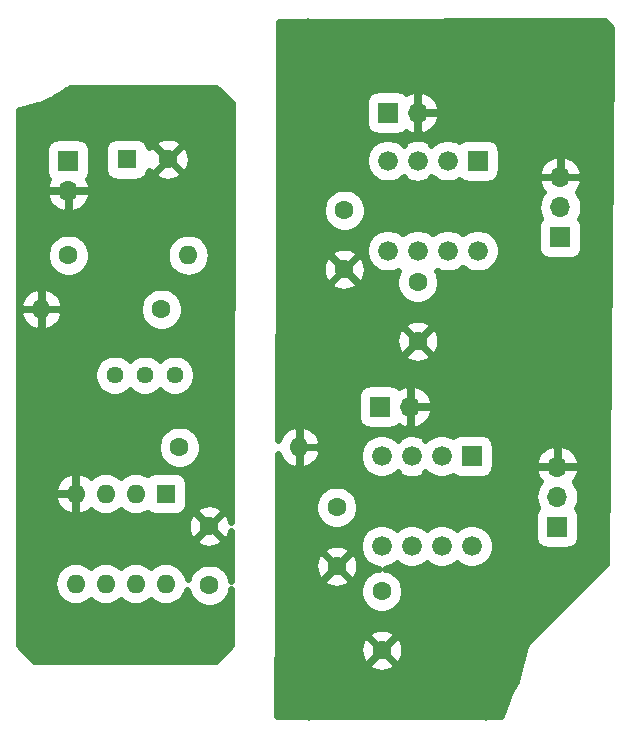
<source format=gbr>
G04 #@! TF.GenerationSoftware,KiCad,Pcbnew,(5.1.2)-2*
G04 #@! TF.CreationDate,2020-04-17T11:06:59-04:00*
G04 #@! TF.ProjectId,DRV-Based Balun,4452562d-4261-4736-9564-2042616c756e,rev?*
G04 #@! TF.SameCoordinates,PX92ac188PY7692bc8*
G04 #@! TF.FileFunction,Copper,L2,Bot*
G04 #@! TF.FilePolarity,Positive*
%FSLAX46Y46*%
G04 Gerber Fmt 4.6, Leading zero omitted, Abs format (unit mm)*
G04 Created by KiCad (PCBNEW (5.1.2)-2) date 2020-04-17 11:06:59*
%MOMM*%
%LPD*%
G04 APERTURE LIST*
G04 #@! TA.AperFunction,ComponentPad*
%ADD10C,1.440000*%
G04 #@! TD*
G04 #@! TA.AperFunction,ComponentPad*
%ADD11C,1.600000*%
G04 #@! TD*
G04 #@! TA.AperFunction,ComponentPad*
%ADD12R,1.600000X1.600000*%
G04 #@! TD*
G04 #@! TA.AperFunction,ViaPad*
%ADD13C,3.500000*%
G04 #@! TD*
G04 #@! TA.AperFunction,ComponentPad*
%ADD14O,1.700000X1.700000*%
G04 #@! TD*
G04 #@! TA.AperFunction,ComponentPad*
%ADD15R,1.700000X1.700000*%
G04 #@! TD*
G04 #@! TA.AperFunction,ComponentPad*
%ADD16C,1.676400*%
G04 #@! TD*
G04 #@! TA.AperFunction,ComponentPad*
%ADD17R,1.676400X1.676400*%
G04 #@! TD*
G04 #@! TA.AperFunction,ComponentPad*
%ADD18O,1.600000X1.600000*%
G04 #@! TD*
G04 #@! TA.AperFunction,ViaPad*
%ADD19C,2.500000*%
G04 #@! TD*
G04 #@! TA.AperFunction,Conductor*
%ADD20C,0.600000*%
G04 #@! TD*
G04 APERTURE END LIST*
D10*
G04 #@! TO.P,RV1,3*
G04 #@! TO.N,Net-(R1-Pad2)*
X15113000Y29972000D03*
G04 #@! TO.P,RV1,2*
G04 #@! TO.N,Net-(R2-Pad1)*
X12573000Y29972000D03*
G04 #@! TO.P,RV1,1*
G04 #@! TO.N,Net-(RV1-Pad1)*
X10033000Y29972000D03*
G04 #@! TD*
D11*
G04 #@! TO.P,C5,2*
G04 #@! TO.N,GNDREF*
X32639000Y6684000D03*
G04 #@! TO.P,C5,1*
G04 #@! TO.N,-10V*
X32639000Y11684000D03*
G04 #@! TD*
G04 #@! TO.P,C4,2*
G04 #@! TO.N,GNDREF*
X28829000Y13796000D03*
G04 #@! TO.P,C4,1*
G04 #@! TO.N,+10V*
X28829000Y18796000D03*
G04 #@! TD*
G04 #@! TO.P,C3,2*
G04 #@! TO.N,GNDREF*
X29464000Y38942000D03*
G04 #@! TO.P,C3,1*
G04 #@! TO.N,-10V*
X29464000Y43942000D03*
G04 #@! TD*
G04 #@! TO.P,C2,2*
G04 #@! TO.N,GNDREF*
X35687000Y32846000D03*
G04 #@! TO.P,C2,1*
G04 #@! TO.N,+10V*
X35687000Y37846000D03*
G04 #@! TD*
G04 #@! TO.P,C1,2*
G04 #@! TO.N,-10V*
X14549000Y48260000D03*
D12*
G04 #@! TO.P,C1,1*
G04 #@! TO.N,+10V*
X11049000Y48260000D03*
G04 #@! TD*
D13*
G04 #@! TO.N,GNDREF*
G04 #@! TO.C,REF\002A\002A*
X26416000Y58420000D03*
G04 #@! TD*
G04 #@! TO.N,GNDREF*
G04 #@! TO.C,REF\002A\002A*
X26503000Y2483000D03*
G04 #@! TD*
G04 #@! TO.N,GNDREF*
G04 #@! TO.C,REF\002A\002A*
X41453000Y2483000D03*
G04 #@! TD*
G04 #@! TO.N,GNDREF*
G04 #@! TO.C,REF\002A\002A*
X50419000Y58420000D03*
G04 #@! TD*
D11*
G04 #@! TO.P,C6,2*
G04 #@! TO.N,-10V*
X18034000Y17192000D03*
G04 #@! TO.P,C6,1*
G04 #@! TO.N,+10V*
X18034000Y12192000D03*
G04 #@! TD*
D14*
G04 #@! TO.P,J5,S*
G04 #@! TO.N,GNDREF*
X47498000Y22225000D03*
G04 #@! TO.P,J5,R*
G04 #@! TO.N,Net-(J5-PadR)*
X47498000Y19685000D03*
D15*
G04 #@! TO.P,J5,T*
G04 #@! TO.N,Net-(J5-PadT)*
X47498000Y17145000D03*
G04 #@! TD*
D14*
G04 #@! TO.P,J4,S*
G04 #@! TO.N,GNDREF*
X47752000Y46736000D03*
G04 #@! TO.P,J4,R*
G04 #@! TO.N,Net-(J4-PadR)*
X47752000Y44196000D03*
D15*
G04 #@! TO.P,J4,T*
G04 #@! TO.N,Net-(J4-PadT)*
X47752000Y41656000D03*
G04 #@! TD*
D14*
G04 #@! TO.P,J3,2*
G04 #@! TO.N,GNDREF*
X35052000Y27305000D03*
D15*
G04 #@! TO.P,J3,1*
G04 #@! TO.N,Net-(J3-Pad1)*
X32512000Y27305000D03*
G04 #@! TD*
D14*
G04 #@! TO.P,J2,2*
G04 #@! TO.N,GNDREF*
X35687000Y52197000D03*
D15*
G04 #@! TO.P,J2,1*
G04 #@! TO.N,Net-(J2-Pad1)*
X33147000Y52197000D03*
G04 #@! TD*
D14*
G04 #@! TO.P,J1,2*
G04 #@! TO.N,-10V*
X6096000Y45593000D03*
D15*
G04 #@! TO.P,J1,1*
G04 #@! TO.N,+10V*
X6096000Y48133000D03*
G04 #@! TD*
D16*
G04 #@! TO.P,U3,8*
G04 #@! TO.N,Net-(J5-PadT)*
X40259000Y15494000D03*
G04 #@! TO.P,U3,7*
X37719000Y15494000D03*
G04 #@! TO.P,U3,6*
G04 #@! TO.N,+10V*
X35179000Y15494000D03*
G04 #@! TO.P,U3,5*
G04 #@! TO.N,-10V*
X32639000Y15494000D03*
G04 #@! TO.P,U3,4*
G04 #@! TO.N,Net-(J3-Pad1)*
X32639000Y23114000D03*
G04 #@! TO.P,U3,3*
G04 #@! TO.N,GNDREF*
X35179000Y23114000D03*
G04 #@! TO.P,U3,2*
G04 #@! TO.N,Net-(J5-PadR)*
X37719000Y23114000D03*
D17*
G04 #@! TO.P,U3,1*
X40259000Y23114000D03*
G04 #@! TD*
D16*
G04 #@! TO.P,U2,8*
G04 #@! TO.N,Net-(J4-PadT)*
X40767000Y40513000D03*
G04 #@! TO.P,U2,7*
X38227000Y40513000D03*
G04 #@! TO.P,U2,6*
G04 #@! TO.N,+10V*
X35687000Y40513000D03*
G04 #@! TO.P,U2,5*
G04 #@! TO.N,-10V*
X33147000Y40513000D03*
G04 #@! TO.P,U2,4*
G04 #@! TO.N,Net-(J2-Pad1)*
X33147000Y48133000D03*
G04 #@! TO.P,U2,3*
G04 #@! TO.N,GNDREF*
X35687000Y48133000D03*
G04 #@! TO.P,U2,2*
G04 #@! TO.N,Net-(J4-PadR)*
X38227000Y48133000D03*
D17*
G04 #@! TO.P,U2,1*
X40767000Y48133000D03*
G04 #@! TD*
D18*
G04 #@! TO.P,U1,8*
G04 #@! TO.N,+10V*
X14351000Y12319000D03*
G04 #@! TO.P,U1,4*
G04 #@! TO.N,-10V*
X6731000Y19939000D03*
G04 #@! TO.P,U1,7*
G04 #@! TO.N,Net-(U1-Pad6)*
X11811000Y12319000D03*
G04 #@! TO.P,U1,3*
G04 #@! TO.N,Net-(R2-Pad1)*
X9271000Y19939000D03*
G04 #@! TO.P,U1,6*
G04 #@! TO.N,Net-(U1-Pad6)*
X9271000Y12319000D03*
G04 #@! TO.P,U1,2*
G04 #@! TO.N,Net-(R3-Pad1)*
X11811000Y19939000D03*
G04 #@! TO.P,U1,5*
G04 #@! TO.N,GNDREF*
X6731000Y12319000D03*
D12*
G04 #@! TO.P,U1,1*
X14351000Y19939000D03*
G04 #@! TD*
D18*
G04 #@! TO.P,R3,2*
G04 #@! TO.N,GNDREF*
X25654000Y23876000D03*
D11*
G04 #@! TO.P,R3,1*
G04 #@! TO.N,Net-(R3-Pad1)*
X15494000Y23876000D03*
G04 #@! TD*
D18*
G04 #@! TO.P,R2,2*
G04 #@! TO.N,-10V*
X3810000Y35560000D03*
D11*
G04 #@! TO.P,R2,1*
G04 #@! TO.N,Net-(R2-Pad1)*
X13970000Y35560000D03*
G04 #@! TD*
D18*
G04 #@! TO.P,R1,2*
G04 #@! TO.N,Net-(R1-Pad2)*
X16256000Y40132000D03*
D11*
G04 #@! TO.P,R1,1*
G04 #@! TO.N,+10V*
X6096000Y40132000D03*
G04 #@! TD*
D19*
G04 #@! TO.N,-10V*
X17907000Y52578000D03*
X17780000Y7874000D03*
G04 #@! TD*
D20*
G04 #@! TO.N,-10V*
G36*
X19923701Y52985873D02*
G01*
X19900822Y17569132D01*
X19816383Y17876202D01*
X19648654Y18210781D01*
X19593132Y18293874D01*
X19207092Y18329736D01*
X18069355Y17192000D01*
X19207092Y16054264D01*
X19593132Y16090126D01*
X19778138Y16415469D01*
X19896119Y16770655D01*
X19900327Y16804324D01*
X19897587Y12562194D01*
X19860984Y12746209D01*
X19717758Y13091987D01*
X19509826Y13403179D01*
X19245179Y13667826D01*
X18933987Y13875758D01*
X18588209Y14018984D01*
X18221134Y14092000D01*
X17846866Y14092000D01*
X17479791Y14018984D01*
X17134013Y13875758D01*
X16822821Y13667826D01*
X16558174Y13403179D01*
X16350242Y13091987D01*
X16207016Y12746209D01*
X16206971Y12745981D01*
X16114864Y13049617D01*
X15938436Y13379691D01*
X15701003Y13669003D01*
X15411691Y13906436D01*
X15081617Y14082864D01*
X14723465Y14191508D01*
X14444337Y14219000D01*
X14257663Y14219000D01*
X13978535Y14191508D01*
X13620383Y14082864D01*
X13290309Y13906436D01*
X13081000Y13734660D01*
X12871691Y13906436D01*
X12541617Y14082864D01*
X12183465Y14191508D01*
X11904337Y14219000D01*
X11717663Y14219000D01*
X11438535Y14191508D01*
X11080383Y14082864D01*
X10750309Y13906436D01*
X10541000Y13734660D01*
X10331691Y13906436D01*
X10001617Y14082864D01*
X9643465Y14191508D01*
X9364337Y14219000D01*
X9177663Y14219000D01*
X8898535Y14191508D01*
X8540383Y14082864D01*
X8210309Y13906436D01*
X8001000Y13734660D01*
X7791691Y13906436D01*
X7461617Y14082864D01*
X7103465Y14191508D01*
X6824337Y14219000D01*
X6637663Y14219000D01*
X6358535Y14191508D01*
X6000383Y14082864D01*
X5670309Y13906436D01*
X5380997Y13669003D01*
X5143564Y13379691D01*
X4967136Y13049617D01*
X4858492Y12691465D01*
X4821807Y12319000D01*
X4858492Y11946535D01*
X4967136Y11588383D01*
X5143564Y11258309D01*
X5380997Y10968997D01*
X5670309Y10731564D01*
X6000383Y10555136D01*
X6358535Y10446492D01*
X6637663Y10419000D01*
X6824337Y10419000D01*
X7103465Y10446492D01*
X7461617Y10555136D01*
X7791691Y10731564D01*
X8001000Y10903340D01*
X8210309Y10731564D01*
X8540383Y10555136D01*
X8898535Y10446492D01*
X9177663Y10419000D01*
X9364337Y10419000D01*
X9643465Y10446492D01*
X10001617Y10555136D01*
X10331691Y10731564D01*
X10541000Y10903340D01*
X10750309Y10731564D01*
X11080383Y10555136D01*
X11438535Y10446492D01*
X11717663Y10419000D01*
X11904337Y10419000D01*
X12183465Y10446492D01*
X12541617Y10555136D01*
X12871691Y10731564D01*
X13081000Y10903340D01*
X13290309Y10731564D01*
X13620383Y10555136D01*
X13978535Y10446492D01*
X14257663Y10419000D01*
X14444337Y10419000D01*
X14723465Y10446492D01*
X15081617Y10555136D01*
X15411691Y10731564D01*
X15701003Y10968997D01*
X15938436Y11258309D01*
X16114864Y11588383D01*
X16176456Y11791425D01*
X16207016Y11637791D01*
X16350242Y11292013D01*
X16558174Y10980821D01*
X16822821Y10716174D01*
X17134013Y10508242D01*
X17479791Y10365016D01*
X17846866Y10292000D01*
X18221134Y10292000D01*
X18588209Y10365016D01*
X18933987Y10508242D01*
X19245179Y10716174D01*
X19509826Y10980821D01*
X19717758Y11292013D01*
X19860984Y11637791D01*
X19897107Y11819394D01*
X19894049Y7085402D01*
X18568792Y5761000D01*
X3211821Y5761000D01*
X1888549Y7085127D01*
X1894319Y16018908D01*
X16896264Y16018908D01*
X16932126Y15632868D01*
X17257469Y15447862D01*
X17612655Y15329881D01*
X17984032Y15283460D01*
X18357330Y15310384D01*
X18718202Y15409617D01*
X19052781Y15577346D01*
X19135874Y15632868D01*
X19171736Y16018908D01*
X18034000Y17156645D01*
X16896264Y16018908D01*
X1894319Y16018908D01*
X1895109Y17241968D01*
X16125460Y17241968D01*
X16152384Y16868670D01*
X16251617Y16507798D01*
X16419346Y16173219D01*
X16474868Y16090126D01*
X16860908Y16054264D01*
X17998645Y17192000D01*
X16860908Y18329736D01*
X16474868Y18293874D01*
X16289862Y17968531D01*
X16171881Y17613345D01*
X16125460Y17241968D01*
X1895109Y17241968D01*
X1896644Y19617108D01*
X4858465Y19617108D01*
X4957243Y19257980D01*
X5124186Y18925023D01*
X5352878Y18631032D01*
X5634530Y18387306D01*
X5958319Y18203211D01*
X6311801Y18085821D01*
X6409108Y18066465D01*
X6706000Y18314192D01*
X6706000Y19914000D01*
X5106164Y19914000D01*
X4858465Y19617108D01*
X1896644Y19617108D01*
X1897059Y20260892D01*
X4858465Y20260892D01*
X5106164Y19964000D01*
X6706000Y19964000D01*
X6706000Y21563808D01*
X6756000Y21563808D01*
X6756000Y19964000D01*
X6776000Y19964000D01*
X6776000Y19914000D01*
X6756000Y19914000D01*
X6756000Y18314192D01*
X7052892Y18066465D01*
X7150199Y18085821D01*
X7503681Y18203211D01*
X7827470Y18387306D01*
X7992620Y18530217D01*
X8210309Y18351564D01*
X8540383Y18175136D01*
X8898535Y18066492D01*
X9177663Y18039000D01*
X9364337Y18039000D01*
X9643465Y18066492D01*
X10001617Y18175136D01*
X10331691Y18351564D01*
X10541000Y18523340D01*
X10750309Y18351564D01*
X11080383Y18175136D01*
X11438535Y18066492D01*
X11717663Y18039000D01*
X11904337Y18039000D01*
X12183465Y18066492D01*
X12541617Y18175136D01*
X12814077Y18320769D01*
X12936916Y18219958D01*
X13128012Y18117816D01*
X13335362Y18054916D01*
X13551000Y18033678D01*
X15151000Y18033678D01*
X15366638Y18054916D01*
X15573988Y18117816D01*
X15765084Y18219958D01*
X15932581Y18357419D01*
X15938878Y18365092D01*
X16896264Y18365092D01*
X18034000Y17227355D01*
X19171736Y18365092D01*
X19135874Y18751132D01*
X18810531Y18936138D01*
X18455345Y19054119D01*
X18083968Y19100540D01*
X17710670Y19073616D01*
X17349798Y18974383D01*
X17015219Y18806654D01*
X16932126Y18751132D01*
X16896264Y18365092D01*
X15938878Y18365092D01*
X16070042Y18524916D01*
X16172184Y18716012D01*
X16235084Y18923362D01*
X16256322Y19139000D01*
X16256322Y20739000D01*
X16235084Y20954638D01*
X16172184Y21161988D01*
X16070042Y21353084D01*
X15932581Y21520581D01*
X15765084Y21658042D01*
X15573988Y21760184D01*
X15366638Y21823084D01*
X15151000Y21844322D01*
X13551000Y21844322D01*
X13335362Y21823084D01*
X13128012Y21760184D01*
X12936916Y21658042D01*
X12814077Y21557231D01*
X12541617Y21702864D01*
X12183465Y21811508D01*
X11904337Y21839000D01*
X11717663Y21839000D01*
X11438535Y21811508D01*
X11080383Y21702864D01*
X10750309Y21526436D01*
X10541000Y21354660D01*
X10331691Y21526436D01*
X10001617Y21702864D01*
X9643465Y21811508D01*
X9364337Y21839000D01*
X9177663Y21839000D01*
X8898535Y21811508D01*
X8540383Y21702864D01*
X8210309Y21526436D01*
X7992620Y21347783D01*
X7827470Y21490694D01*
X7503681Y21674789D01*
X7150199Y21792179D01*
X7052892Y21811535D01*
X6756000Y21563808D01*
X6706000Y21563808D01*
X6409108Y21811535D01*
X6311801Y21792179D01*
X5958319Y21674789D01*
X5634530Y21490694D01*
X5352878Y21246968D01*
X5124186Y20952977D01*
X4957243Y20620020D01*
X4858465Y20260892D01*
X1897059Y20260892D01*
X1899515Y24063134D01*
X13594000Y24063134D01*
X13594000Y23688866D01*
X13667016Y23321791D01*
X13810242Y22976013D01*
X14018174Y22664821D01*
X14282821Y22400174D01*
X14594013Y22192242D01*
X14939791Y22049016D01*
X15306866Y21976000D01*
X15681134Y21976000D01*
X16048209Y22049016D01*
X16393987Y22192242D01*
X16705179Y22400174D01*
X16969826Y22664821D01*
X17177758Y22976013D01*
X17320984Y23321791D01*
X17394000Y23688866D01*
X17394000Y24063134D01*
X17320984Y24430209D01*
X17177758Y24775987D01*
X16969826Y25087179D01*
X16705179Y25351826D01*
X16393987Y25559758D01*
X16048209Y25702984D01*
X15681134Y25776000D01*
X15306866Y25776000D01*
X14939791Y25702984D01*
X14594013Y25559758D01*
X14282821Y25351826D01*
X14018174Y25087179D01*
X13810242Y24775987D01*
X13667016Y24430209D01*
X13594000Y24063134D01*
X1899515Y24063134D01*
X1903448Y30151254D01*
X8213000Y30151254D01*
X8213000Y29792746D01*
X8282942Y29441126D01*
X8420137Y29109907D01*
X8619314Y28811818D01*
X8872818Y28558314D01*
X9170907Y28359137D01*
X9502126Y28221942D01*
X9853746Y28152000D01*
X10212254Y28152000D01*
X10563874Y28221942D01*
X10895093Y28359137D01*
X11193182Y28558314D01*
X11303000Y28668132D01*
X11412818Y28558314D01*
X11710907Y28359137D01*
X12042126Y28221942D01*
X12393746Y28152000D01*
X12752254Y28152000D01*
X13103874Y28221942D01*
X13435093Y28359137D01*
X13733182Y28558314D01*
X13843000Y28668132D01*
X13952818Y28558314D01*
X14250907Y28359137D01*
X14582126Y28221942D01*
X14933746Y28152000D01*
X15292254Y28152000D01*
X15643874Y28221942D01*
X15975093Y28359137D01*
X16273182Y28558314D01*
X16526686Y28811818D01*
X16725863Y29109907D01*
X16863058Y29441126D01*
X16933000Y29792746D01*
X16933000Y30151254D01*
X16863058Y30502874D01*
X16725863Y30834093D01*
X16526686Y31132182D01*
X16273182Y31385686D01*
X15975093Y31584863D01*
X15643874Y31722058D01*
X15292254Y31792000D01*
X14933746Y31792000D01*
X14582126Y31722058D01*
X14250907Y31584863D01*
X13952818Y31385686D01*
X13843000Y31275868D01*
X13733182Y31385686D01*
X13435093Y31584863D01*
X13103874Y31722058D01*
X12752254Y31792000D01*
X12393746Y31792000D01*
X12042126Y31722058D01*
X11710907Y31584863D01*
X11412818Y31385686D01*
X11303000Y31275868D01*
X11193182Y31385686D01*
X10895093Y31584863D01*
X10563874Y31722058D01*
X10212254Y31792000D01*
X9853746Y31792000D01*
X9502126Y31722058D01*
X9170907Y31584863D01*
X8872818Y31385686D01*
X8619314Y31132182D01*
X8420137Y30834093D01*
X8282942Y30502874D01*
X8213000Y30151254D01*
X1903448Y30151254D01*
X1906735Y35238108D01*
X1937465Y35238108D01*
X1956821Y35140801D01*
X2074211Y34787319D01*
X2258306Y34463530D01*
X2502032Y34181878D01*
X2796023Y33953186D01*
X3128980Y33786243D01*
X3488108Y33687465D01*
X3785000Y33935164D01*
X3785000Y35535000D01*
X3835000Y35535000D01*
X3835000Y33935164D01*
X4131892Y33687465D01*
X4491020Y33786243D01*
X4823977Y33953186D01*
X5117968Y34181878D01*
X5361694Y34463530D01*
X5545789Y34787319D01*
X5663179Y35140801D01*
X5682535Y35238108D01*
X5434808Y35535000D01*
X3835000Y35535000D01*
X3785000Y35535000D01*
X2185192Y35535000D01*
X1937465Y35238108D01*
X1906735Y35238108D01*
X1907150Y35881892D01*
X1937465Y35881892D01*
X2185192Y35585000D01*
X3785000Y35585000D01*
X3785000Y37184836D01*
X3835000Y37184836D01*
X3835000Y35585000D01*
X5434808Y35585000D01*
X5570092Y35747134D01*
X12070000Y35747134D01*
X12070000Y35372866D01*
X12143016Y35005791D01*
X12286242Y34660013D01*
X12494174Y34348821D01*
X12758821Y34084174D01*
X13070013Y33876242D01*
X13415791Y33733016D01*
X13782866Y33660000D01*
X14157134Y33660000D01*
X14524209Y33733016D01*
X14869987Y33876242D01*
X15181179Y34084174D01*
X15445826Y34348821D01*
X15653758Y34660013D01*
X15796984Y35005791D01*
X15870000Y35372866D01*
X15870000Y35747134D01*
X15796984Y36114209D01*
X15653758Y36459987D01*
X15445826Y36771179D01*
X15181179Y37035826D01*
X14869987Y37243758D01*
X14524209Y37386984D01*
X14157134Y37460000D01*
X13782866Y37460000D01*
X13415791Y37386984D01*
X13070013Y37243758D01*
X12758821Y37035826D01*
X12494174Y36771179D01*
X12286242Y36459987D01*
X12143016Y36114209D01*
X12070000Y35747134D01*
X5570092Y35747134D01*
X5682535Y35881892D01*
X5663179Y35979199D01*
X5545789Y36332681D01*
X5361694Y36656470D01*
X5117968Y36938122D01*
X4823977Y37166814D01*
X4491020Y37333757D01*
X4131892Y37432535D01*
X3835000Y37184836D01*
X3785000Y37184836D01*
X3488108Y37432535D01*
X3128980Y37333757D01*
X2796023Y37166814D01*
X2502032Y36938122D01*
X2258306Y36656470D01*
X2074211Y36332681D01*
X1956821Y35979199D01*
X1937465Y35881892D01*
X1907150Y35881892D01*
X1910016Y40319134D01*
X4196000Y40319134D01*
X4196000Y39944866D01*
X4269016Y39577791D01*
X4412242Y39232013D01*
X4620174Y38920821D01*
X4884821Y38656174D01*
X5196013Y38448242D01*
X5541791Y38305016D01*
X5908866Y38232000D01*
X6283134Y38232000D01*
X6650209Y38305016D01*
X6995987Y38448242D01*
X7307179Y38656174D01*
X7571826Y38920821D01*
X7779758Y39232013D01*
X7922984Y39577791D01*
X7996000Y39944866D01*
X7996000Y40132000D01*
X14346807Y40132000D01*
X14383492Y39759535D01*
X14492136Y39401383D01*
X14668564Y39071309D01*
X14905997Y38781997D01*
X15195309Y38544564D01*
X15525383Y38368136D01*
X15883535Y38259492D01*
X16162663Y38232000D01*
X16349337Y38232000D01*
X16628465Y38259492D01*
X16986617Y38368136D01*
X17316691Y38544564D01*
X17606003Y38781997D01*
X17843436Y39071309D01*
X18019864Y39401383D01*
X18128508Y39759535D01*
X18165193Y40132000D01*
X18128508Y40504465D01*
X18019864Y40862617D01*
X17843436Y41192691D01*
X17606003Y41482003D01*
X17316691Y41719436D01*
X16986617Y41895864D01*
X16628465Y42004508D01*
X16349337Y42032000D01*
X16162663Y42032000D01*
X15883535Y42004508D01*
X15525383Y41895864D01*
X15195309Y41719436D01*
X14905997Y41482003D01*
X14668564Y41192691D01*
X14492136Y40862617D01*
X14383492Y40504465D01*
X14346807Y40132000D01*
X7996000Y40132000D01*
X7996000Y40319134D01*
X7922984Y40686209D01*
X7779758Y41031987D01*
X7571826Y41343179D01*
X7307179Y41607826D01*
X6995987Y41815758D01*
X6650209Y41958984D01*
X6283134Y42032000D01*
X5908866Y42032000D01*
X5541791Y41958984D01*
X5196013Y41815758D01*
X4884821Y41607826D01*
X4620174Y41343179D01*
X4412242Y41031987D01*
X4269016Y40686209D01*
X4196000Y40319134D01*
X1910016Y40319134D01*
X1913210Y45263286D01*
X4174077Y45263286D01*
X4194199Y45162128D01*
X4314801Y44799384D01*
X4503853Y44467138D01*
X4754090Y44178159D01*
X5055896Y43943551D01*
X5397673Y43772330D01*
X5766286Y43671077D01*
X6071000Y43918160D01*
X6071000Y45568000D01*
X6121000Y45568000D01*
X6121000Y43918160D01*
X6425714Y43671077D01*
X6794327Y43772330D01*
X7136104Y43943551D01*
X7437910Y44178159D01*
X7688147Y44467138D01*
X7877199Y44799384D01*
X7997801Y45162128D01*
X8017923Y45263286D01*
X7770813Y45568000D01*
X6121000Y45568000D01*
X6071000Y45568000D01*
X4421187Y45568000D01*
X4174077Y45263286D01*
X1913210Y45263286D01*
X1915614Y48983000D01*
X4140678Y48983000D01*
X4140678Y47283000D01*
X4161916Y47067362D01*
X4224816Y46860012D01*
X4326958Y46668916D01*
X4414640Y46562076D01*
X4314801Y46386616D01*
X4194199Y46023872D01*
X4174077Y45922714D01*
X4421187Y45618000D01*
X6071000Y45618000D01*
X6071000Y45638000D01*
X6121000Y45638000D01*
X6121000Y45618000D01*
X7770813Y45618000D01*
X8017923Y45922714D01*
X7997801Y46023872D01*
X7877199Y46386616D01*
X7777360Y46562076D01*
X7865042Y46668916D01*
X7967184Y46860012D01*
X8030084Y47067362D01*
X8051322Y47283000D01*
X8051322Y48983000D01*
X8043739Y49060000D01*
X9143678Y49060000D01*
X9143678Y47460000D01*
X9164916Y47244362D01*
X9227816Y47037012D01*
X9329958Y46845916D01*
X9467419Y46678419D01*
X9634916Y46540958D01*
X9826012Y46438816D01*
X10033362Y46375916D01*
X10249000Y46354678D01*
X11849000Y46354678D01*
X12064638Y46375916D01*
X12271988Y46438816D01*
X12463084Y46540958D01*
X12630581Y46678419D01*
X12768042Y46845916D01*
X12870184Y47037012D01*
X12885320Y47086908D01*
X13411264Y47086908D01*
X13447126Y46700868D01*
X13772469Y46515862D01*
X14127655Y46397881D01*
X14499032Y46351460D01*
X14872330Y46378384D01*
X15233202Y46477617D01*
X15567781Y46645346D01*
X15650874Y46700868D01*
X15686736Y47086908D01*
X14549000Y48224645D01*
X13411264Y47086908D01*
X12885320Y47086908D01*
X12932966Y47243972D01*
X12934346Y47241219D01*
X12989868Y47158126D01*
X13375908Y47122264D01*
X14513645Y48260000D01*
X14584355Y48260000D01*
X15722092Y47122264D01*
X16108132Y47158126D01*
X16293138Y47483469D01*
X16411119Y47838655D01*
X16457540Y48210032D01*
X16430616Y48583330D01*
X16331383Y48944202D01*
X16163654Y49278781D01*
X16108132Y49361874D01*
X15722092Y49397736D01*
X14584355Y48260000D01*
X14513645Y48260000D01*
X13375908Y49397736D01*
X12989868Y49361874D01*
X12934228Y49264027D01*
X12933084Y49275638D01*
X12885321Y49433092D01*
X13411264Y49433092D01*
X14549000Y48295355D01*
X15686736Y49433092D01*
X15650874Y49819132D01*
X15325531Y50004138D01*
X14970345Y50122119D01*
X14598968Y50168540D01*
X14225670Y50141616D01*
X13864798Y50042383D01*
X13530219Y49874654D01*
X13447126Y49819132D01*
X13411264Y49433092D01*
X12885321Y49433092D01*
X12870184Y49482988D01*
X12768042Y49674084D01*
X12630581Y49841581D01*
X12463084Y49979042D01*
X12271988Y50081184D01*
X12064638Y50144084D01*
X11849000Y50165322D01*
X10249000Y50165322D01*
X10033362Y50144084D01*
X9826012Y50081184D01*
X9634916Y49979042D01*
X9467419Y49841581D01*
X9329958Y49674084D01*
X9227816Y49482988D01*
X9164916Y49275638D01*
X9143678Y49060000D01*
X8043739Y49060000D01*
X8030084Y49198638D01*
X7967184Y49405988D01*
X7865042Y49597084D01*
X7727581Y49764581D01*
X7560084Y49902042D01*
X7368988Y50004184D01*
X7161638Y50067084D01*
X6946000Y50088322D01*
X5246000Y50088322D01*
X5030362Y50067084D01*
X4823012Y50004184D01*
X4631916Y49902042D01*
X4464419Y49764581D01*
X4326958Y49597084D01*
X4224816Y49405988D01*
X4161916Y49198638D01*
X4140678Y48983000D01*
X1915614Y48983000D01*
X1917824Y52402665D01*
X2242301Y52453318D01*
X2265307Y52458491D01*
X2288695Y52461559D01*
X2387785Y52486032D01*
X3533912Y52824936D01*
X3556029Y52833105D01*
X3578808Y52839240D01*
X3673791Y52876602D01*
X4765027Y53364111D01*
X4785872Y53375135D01*
X4807638Y53384228D01*
X4896845Y53433825D01*
X5914020Y54061375D01*
X5933225Y54075060D01*
X5953595Y54086950D01*
X6035459Y54147909D01*
X6233688Y54310000D01*
X18600429Y54310000D01*
X19923701Y52985873D01*
X19923701Y52985873D01*
G37*
X19923701Y52985873D02*
X19900822Y17569132D01*
X19816383Y17876202D01*
X19648654Y18210781D01*
X19593132Y18293874D01*
X19207092Y18329736D01*
X18069355Y17192000D01*
X19207092Y16054264D01*
X19593132Y16090126D01*
X19778138Y16415469D01*
X19896119Y16770655D01*
X19900327Y16804324D01*
X19897587Y12562194D01*
X19860984Y12746209D01*
X19717758Y13091987D01*
X19509826Y13403179D01*
X19245179Y13667826D01*
X18933987Y13875758D01*
X18588209Y14018984D01*
X18221134Y14092000D01*
X17846866Y14092000D01*
X17479791Y14018984D01*
X17134013Y13875758D01*
X16822821Y13667826D01*
X16558174Y13403179D01*
X16350242Y13091987D01*
X16207016Y12746209D01*
X16206971Y12745981D01*
X16114864Y13049617D01*
X15938436Y13379691D01*
X15701003Y13669003D01*
X15411691Y13906436D01*
X15081617Y14082864D01*
X14723465Y14191508D01*
X14444337Y14219000D01*
X14257663Y14219000D01*
X13978535Y14191508D01*
X13620383Y14082864D01*
X13290309Y13906436D01*
X13081000Y13734660D01*
X12871691Y13906436D01*
X12541617Y14082864D01*
X12183465Y14191508D01*
X11904337Y14219000D01*
X11717663Y14219000D01*
X11438535Y14191508D01*
X11080383Y14082864D01*
X10750309Y13906436D01*
X10541000Y13734660D01*
X10331691Y13906436D01*
X10001617Y14082864D01*
X9643465Y14191508D01*
X9364337Y14219000D01*
X9177663Y14219000D01*
X8898535Y14191508D01*
X8540383Y14082864D01*
X8210309Y13906436D01*
X8001000Y13734660D01*
X7791691Y13906436D01*
X7461617Y14082864D01*
X7103465Y14191508D01*
X6824337Y14219000D01*
X6637663Y14219000D01*
X6358535Y14191508D01*
X6000383Y14082864D01*
X5670309Y13906436D01*
X5380997Y13669003D01*
X5143564Y13379691D01*
X4967136Y13049617D01*
X4858492Y12691465D01*
X4821807Y12319000D01*
X4858492Y11946535D01*
X4967136Y11588383D01*
X5143564Y11258309D01*
X5380997Y10968997D01*
X5670309Y10731564D01*
X6000383Y10555136D01*
X6358535Y10446492D01*
X6637663Y10419000D01*
X6824337Y10419000D01*
X7103465Y10446492D01*
X7461617Y10555136D01*
X7791691Y10731564D01*
X8001000Y10903340D01*
X8210309Y10731564D01*
X8540383Y10555136D01*
X8898535Y10446492D01*
X9177663Y10419000D01*
X9364337Y10419000D01*
X9643465Y10446492D01*
X10001617Y10555136D01*
X10331691Y10731564D01*
X10541000Y10903340D01*
X10750309Y10731564D01*
X11080383Y10555136D01*
X11438535Y10446492D01*
X11717663Y10419000D01*
X11904337Y10419000D01*
X12183465Y10446492D01*
X12541617Y10555136D01*
X12871691Y10731564D01*
X13081000Y10903340D01*
X13290309Y10731564D01*
X13620383Y10555136D01*
X13978535Y10446492D01*
X14257663Y10419000D01*
X14444337Y10419000D01*
X14723465Y10446492D01*
X15081617Y10555136D01*
X15411691Y10731564D01*
X15701003Y10968997D01*
X15938436Y11258309D01*
X16114864Y11588383D01*
X16176456Y11791425D01*
X16207016Y11637791D01*
X16350242Y11292013D01*
X16558174Y10980821D01*
X16822821Y10716174D01*
X17134013Y10508242D01*
X17479791Y10365016D01*
X17846866Y10292000D01*
X18221134Y10292000D01*
X18588209Y10365016D01*
X18933987Y10508242D01*
X19245179Y10716174D01*
X19509826Y10980821D01*
X19717758Y11292013D01*
X19860984Y11637791D01*
X19897107Y11819394D01*
X19894049Y7085402D01*
X18568792Y5761000D01*
X3211821Y5761000D01*
X1888549Y7085127D01*
X1894319Y16018908D01*
X16896264Y16018908D01*
X16932126Y15632868D01*
X17257469Y15447862D01*
X17612655Y15329881D01*
X17984032Y15283460D01*
X18357330Y15310384D01*
X18718202Y15409617D01*
X19052781Y15577346D01*
X19135874Y15632868D01*
X19171736Y16018908D01*
X18034000Y17156645D01*
X16896264Y16018908D01*
X1894319Y16018908D01*
X1895109Y17241968D01*
X16125460Y17241968D01*
X16152384Y16868670D01*
X16251617Y16507798D01*
X16419346Y16173219D01*
X16474868Y16090126D01*
X16860908Y16054264D01*
X17998645Y17192000D01*
X16860908Y18329736D01*
X16474868Y18293874D01*
X16289862Y17968531D01*
X16171881Y17613345D01*
X16125460Y17241968D01*
X1895109Y17241968D01*
X1896644Y19617108D01*
X4858465Y19617108D01*
X4957243Y19257980D01*
X5124186Y18925023D01*
X5352878Y18631032D01*
X5634530Y18387306D01*
X5958319Y18203211D01*
X6311801Y18085821D01*
X6409108Y18066465D01*
X6706000Y18314192D01*
X6706000Y19914000D01*
X5106164Y19914000D01*
X4858465Y19617108D01*
X1896644Y19617108D01*
X1897059Y20260892D01*
X4858465Y20260892D01*
X5106164Y19964000D01*
X6706000Y19964000D01*
X6706000Y21563808D01*
X6756000Y21563808D01*
X6756000Y19964000D01*
X6776000Y19964000D01*
X6776000Y19914000D01*
X6756000Y19914000D01*
X6756000Y18314192D01*
X7052892Y18066465D01*
X7150199Y18085821D01*
X7503681Y18203211D01*
X7827470Y18387306D01*
X7992620Y18530217D01*
X8210309Y18351564D01*
X8540383Y18175136D01*
X8898535Y18066492D01*
X9177663Y18039000D01*
X9364337Y18039000D01*
X9643465Y18066492D01*
X10001617Y18175136D01*
X10331691Y18351564D01*
X10541000Y18523340D01*
X10750309Y18351564D01*
X11080383Y18175136D01*
X11438535Y18066492D01*
X11717663Y18039000D01*
X11904337Y18039000D01*
X12183465Y18066492D01*
X12541617Y18175136D01*
X12814077Y18320769D01*
X12936916Y18219958D01*
X13128012Y18117816D01*
X13335362Y18054916D01*
X13551000Y18033678D01*
X15151000Y18033678D01*
X15366638Y18054916D01*
X15573988Y18117816D01*
X15765084Y18219958D01*
X15932581Y18357419D01*
X15938878Y18365092D01*
X16896264Y18365092D01*
X18034000Y17227355D01*
X19171736Y18365092D01*
X19135874Y18751132D01*
X18810531Y18936138D01*
X18455345Y19054119D01*
X18083968Y19100540D01*
X17710670Y19073616D01*
X17349798Y18974383D01*
X17015219Y18806654D01*
X16932126Y18751132D01*
X16896264Y18365092D01*
X15938878Y18365092D01*
X16070042Y18524916D01*
X16172184Y18716012D01*
X16235084Y18923362D01*
X16256322Y19139000D01*
X16256322Y20739000D01*
X16235084Y20954638D01*
X16172184Y21161988D01*
X16070042Y21353084D01*
X15932581Y21520581D01*
X15765084Y21658042D01*
X15573988Y21760184D01*
X15366638Y21823084D01*
X15151000Y21844322D01*
X13551000Y21844322D01*
X13335362Y21823084D01*
X13128012Y21760184D01*
X12936916Y21658042D01*
X12814077Y21557231D01*
X12541617Y21702864D01*
X12183465Y21811508D01*
X11904337Y21839000D01*
X11717663Y21839000D01*
X11438535Y21811508D01*
X11080383Y21702864D01*
X10750309Y21526436D01*
X10541000Y21354660D01*
X10331691Y21526436D01*
X10001617Y21702864D01*
X9643465Y21811508D01*
X9364337Y21839000D01*
X9177663Y21839000D01*
X8898535Y21811508D01*
X8540383Y21702864D01*
X8210309Y21526436D01*
X7992620Y21347783D01*
X7827470Y21490694D01*
X7503681Y21674789D01*
X7150199Y21792179D01*
X7052892Y21811535D01*
X6756000Y21563808D01*
X6706000Y21563808D01*
X6409108Y21811535D01*
X6311801Y21792179D01*
X5958319Y21674789D01*
X5634530Y21490694D01*
X5352878Y21246968D01*
X5124186Y20952977D01*
X4957243Y20620020D01*
X4858465Y20260892D01*
X1897059Y20260892D01*
X1899515Y24063134D01*
X13594000Y24063134D01*
X13594000Y23688866D01*
X13667016Y23321791D01*
X13810242Y22976013D01*
X14018174Y22664821D01*
X14282821Y22400174D01*
X14594013Y22192242D01*
X14939791Y22049016D01*
X15306866Y21976000D01*
X15681134Y21976000D01*
X16048209Y22049016D01*
X16393987Y22192242D01*
X16705179Y22400174D01*
X16969826Y22664821D01*
X17177758Y22976013D01*
X17320984Y23321791D01*
X17394000Y23688866D01*
X17394000Y24063134D01*
X17320984Y24430209D01*
X17177758Y24775987D01*
X16969826Y25087179D01*
X16705179Y25351826D01*
X16393987Y25559758D01*
X16048209Y25702984D01*
X15681134Y25776000D01*
X15306866Y25776000D01*
X14939791Y25702984D01*
X14594013Y25559758D01*
X14282821Y25351826D01*
X14018174Y25087179D01*
X13810242Y24775987D01*
X13667016Y24430209D01*
X13594000Y24063134D01*
X1899515Y24063134D01*
X1903448Y30151254D01*
X8213000Y30151254D01*
X8213000Y29792746D01*
X8282942Y29441126D01*
X8420137Y29109907D01*
X8619314Y28811818D01*
X8872818Y28558314D01*
X9170907Y28359137D01*
X9502126Y28221942D01*
X9853746Y28152000D01*
X10212254Y28152000D01*
X10563874Y28221942D01*
X10895093Y28359137D01*
X11193182Y28558314D01*
X11303000Y28668132D01*
X11412818Y28558314D01*
X11710907Y28359137D01*
X12042126Y28221942D01*
X12393746Y28152000D01*
X12752254Y28152000D01*
X13103874Y28221942D01*
X13435093Y28359137D01*
X13733182Y28558314D01*
X13843000Y28668132D01*
X13952818Y28558314D01*
X14250907Y28359137D01*
X14582126Y28221942D01*
X14933746Y28152000D01*
X15292254Y28152000D01*
X15643874Y28221942D01*
X15975093Y28359137D01*
X16273182Y28558314D01*
X16526686Y28811818D01*
X16725863Y29109907D01*
X16863058Y29441126D01*
X16933000Y29792746D01*
X16933000Y30151254D01*
X16863058Y30502874D01*
X16725863Y30834093D01*
X16526686Y31132182D01*
X16273182Y31385686D01*
X15975093Y31584863D01*
X15643874Y31722058D01*
X15292254Y31792000D01*
X14933746Y31792000D01*
X14582126Y31722058D01*
X14250907Y31584863D01*
X13952818Y31385686D01*
X13843000Y31275868D01*
X13733182Y31385686D01*
X13435093Y31584863D01*
X13103874Y31722058D01*
X12752254Y31792000D01*
X12393746Y31792000D01*
X12042126Y31722058D01*
X11710907Y31584863D01*
X11412818Y31385686D01*
X11303000Y31275868D01*
X11193182Y31385686D01*
X10895093Y31584863D01*
X10563874Y31722058D01*
X10212254Y31792000D01*
X9853746Y31792000D01*
X9502126Y31722058D01*
X9170907Y31584863D01*
X8872818Y31385686D01*
X8619314Y31132182D01*
X8420137Y30834093D01*
X8282942Y30502874D01*
X8213000Y30151254D01*
X1903448Y30151254D01*
X1906735Y35238108D01*
X1937465Y35238108D01*
X1956821Y35140801D01*
X2074211Y34787319D01*
X2258306Y34463530D01*
X2502032Y34181878D01*
X2796023Y33953186D01*
X3128980Y33786243D01*
X3488108Y33687465D01*
X3785000Y33935164D01*
X3785000Y35535000D01*
X3835000Y35535000D01*
X3835000Y33935164D01*
X4131892Y33687465D01*
X4491020Y33786243D01*
X4823977Y33953186D01*
X5117968Y34181878D01*
X5361694Y34463530D01*
X5545789Y34787319D01*
X5663179Y35140801D01*
X5682535Y35238108D01*
X5434808Y35535000D01*
X3835000Y35535000D01*
X3785000Y35535000D01*
X2185192Y35535000D01*
X1937465Y35238108D01*
X1906735Y35238108D01*
X1907150Y35881892D01*
X1937465Y35881892D01*
X2185192Y35585000D01*
X3785000Y35585000D01*
X3785000Y37184836D01*
X3835000Y37184836D01*
X3835000Y35585000D01*
X5434808Y35585000D01*
X5570092Y35747134D01*
X12070000Y35747134D01*
X12070000Y35372866D01*
X12143016Y35005791D01*
X12286242Y34660013D01*
X12494174Y34348821D01*
X12758821Y34084174D01*
X13070013Y33876242D01*
X13415791Y33733016D01*
X13782866Y33660000D01*
X14157134Y33660000D01*
X14524209Y33733016D01*
X14869987Y33876242D01*
X15181179Y34084174D01*
X15445826Y34348821D01*
X15653758Y34660013D01*
X15796984Y35005791D01*
X15870000Y35372866D01*
X15870000Y35747134D01*
X15796984Y36114209D01*
X15653758Y36459987D01*
X15445826Y36771179D01*
X15181179Y37035826D01*
X14869987Y37243758D01*
X14524209Y37386984D01*
X14157134Y37460000D01*
X13782866Y37460000D01*
X13415791Y37386984D01*
X13070013Y37243758D01*
X12758821Y37035826D01*
X12494174Y36771179D01*
X12286242Y36459987D01*
X12143016Y36114209D01*
X12070000Y35747134D01*
X5570092Y35747134D01*
X5682535Y35881892D01*
X5663179Y35979199D01*
X5545789Y36332681D01*
X5361694Y36656470D01*
X5117968Y36938122D01*
X4823977Y37166814D01*
X4491020Y37333757D01*
X4131892Y37432535D01*
X3835000Y37184836D01*
X3785000Y37184836D01*
X3488108Y37432535D01*
X3128980Y37333757D01*
X2796023Y37166814D01*
X2502032Y36938122D01*
X2258306Y36656470D01*
X2074211Y36332681D01*
X1956821Y35979199D01*
X1937465Y35881892D01*
X1907150Y35881892D01*
X1910016Y40319134D01*
X4196000Y40319134D01*
X4196000Y39944866D01*
X4269016Y39577791D01*
X4412242Y39232013D01*
X4620174Y38920821D01*
X4884821Y38656174D01*
X5196013Y38448242D01*
X5541791Y38305016D01*
X5908866Y38232000D01*
X6283134Y38232000D01*
X6650209Y38305016D01*
X6995987Y38448242D01*
X7307179Y38656174D01*
X7571826Y38920821D01*
X7779758Y39232013D01*
X7922984Y39577791D01*
X7996000Y39944866D01*
X7996000Y40132000D01*
X14346807Y40132000D01*
X14383492Y39759535D01*
X14492136Y39401383D01*
X14668564Y39071309D01*
X14905997Y38781997D01*
X15195309Y38544564D01*
X15525383Y38368136D01*
X15883535Y38259492D01*
X16162663Y38232000D01*
X16349337Y38232000D01*
X16628465Y38259492D01*
X16986617Y38368136D01*
X17316691Y38544564D01*
X17606003Y38781997D01*
X17843436Y39071309D01*
X18019864Y39401383D01*
X18128508Y39759535D01*
X18165193Y40132000D01*
X18128508Y40504465D01*
X18019864Y40862617D01*
X17843436Y41192691D01*
X17606003Y41482003D01*
X17316691Y41719436D01*
X16986617Y41895864D01*
X16628465Y42004508D01*
X16349337Y42032000D01*
X16162663Y42032000D01*
X15883535Y42004508D01*
X15525383Y41895864D01*
X15195309Y41719436D01*
X14905997Y41482003D01*
X14668564Y41192691D01*
X14492136Y40862617D01*
X14383492Y40504465D01*
X14346807Y40132000D01*
X7996000Y40132000D01*
X7996000Y40319134D01*
X7922984Y40686209D01*
X7779758Y41031987D01*
X7571826Y41343179D01*
X7307179Y41607826D01*
X6995987Y41815758D01*
X6650209Y41958984D01*
X6283134Y42032000D01*
X5908866Y42032000D01*
X5541791Y41958984D01*
X5196013Y41815758D01*
X4884821Y41607826D01*
X4620174Y41343179D01*
X4412242Y41031987D01*
X4269016Y40686209D01*
X4196000Y40319134D01*
X1910016Y40319134D01*
X1913210Y45263286D01*
X4174077Y45263286D01*
X4194199Y45162128D01*
X4314801Y44799384D01*
X4503853Y44467138D01*
X4754090Y44178159D01*
X5055896Y43943551D01*
X5397673Y43772330D01*
X5766286Y43671077D01*
X6071000Y43918160D01*
X6071000Y45568000D01*
X6121000Y45568000D01*
X6121000Y43918160D01*
X6425714Y43671077D01*
X6794327Y43772330D01*
X7136104Y43943551D01*
X7437910Y44178159D01*
X7688147Y44467138D01*
X7877199Y44799384D01*
X7997801Y45162128D01*
X8017923Y45263286D01*
X7770813Y45568000D01*
X6121000Y45568000D01*
X6071000Y45568000D01*
X4421187Y45568000D01*
X4174077Y45263286D01*
X1913210Y45263286D01*
X1915614Y48983000D01*
X4140678Y48983000D01*
X4140678Y47283000D01*
X4161916Y47067362D01*
X4224816Y46860012D01*
X4326958Y46668916D01*
X4414640Y46562076D01*
X4314801Y46386616D01*
X4194199Y46023872D01*
X4174077Y45922714D01*
X4421187Y45618000D01*
X6071000Y45618000D01*
X6071000Y45638000D01*
X6121000Y45638000D01*
X6121000Y45618000D01*
X7770813Y45618000D01*
X8017923Y45922714D01*
X7997801Y46023872D01*
X7877199Y46386616D01*
X7777360Y46562076D01*
X7865042Y46668916D01*
X7967184Y46860012D01*
X8030084Y47067362D01*
X8051322Y47283000D01*
X8051322Y48983000D01*
X8043739Y49060000D01*
X9143678Y49060000D01*
X9143678Y47460000D01*
X9164916Y47244362D01*
X9227816Y47037012D01*
X9329958Y46845916D01*
X9467419Y46678419D01*
X9634916Y46540958D01*
X9826012Y46438816D01*
X10033362Y46375916D01*
X10249000Y46354678D01*
X11849000Y46354678D01*
X12064638Y46375916D01*
X12271988Y46438816D01*
X12463084Y46540958D01*
X12630581Y46678419D01*
X12768042Y46845916D01*
X12870184Y47037012D01*
X12885320Y47086908D01*
X13411264Y47086908D01*
X13447126Y46700868D01*
X13772469Y46515862D01*
X14127655Y46397881D01*
X14499032Y46351460D01*
X14872330Y46378384D01*
X15233202Y46477617D01*
X15567781Y46645346D01*
X15650874Y46700868D01*
X15686736Y47086908D01*
X14549000Y48224645D01*
X13411264Y47086908D01*
X12885320Y47086908D01*
X12932966Y47243972D01*
X12934346Y47241219D01*
X12989868Y47158126D01*
X13375908Y47122264D01*
X14513645Y48260000D01*
X14584355Y48260000D01*
X15722092Y47122264D01*
X16108132Y47158126D01*
X16293138Y47483469D01*
X16411119Y47838655D01*
X16457540Y48210032D01*
X16430616Y48583330D01*
X16331383Y48944202D01*
X16163654Y49278781D01*
X16108132Y49361874D01*
X15722092Y49397736D01*
X14584355Y48260000D01*
X14513645Y48260000D01*
X13375908Y49397736D01*
X12989868Y49361874D01*
X12934228Y49264027D01*
X12933084Y49275638D01*
X12885321Y49433092D01*
X13411264Y49433092D01*
X14549000Y48295355D01*
X15686736Y49433092D01*
X15650874Y49819132D01*
X15325531Y50004138D01*
X14970345Y50122119D01*
X14598968Y50168540D01*
X14225670Y50141616D01*
X13864798Y50042383D01*
X13530219Y49874654D01*
X13447126Y49819132D01*
X13411264Y49433092D01*
X12885321Y49433092D01*
X12870184Y49482988D01*
X12768042Y49674084D01*
X12630581Y49841581D01*
X12463084Y49979042D01*
X12271988Y50081184D01*
X12064638Y50144084D01*
X11849000Y50165322D01*
X10249000Y50165322D01*
X10033362Y50144084D01*
X9826012Y50081184D01*
X9634916Y49979042D01*
X9467419Y49841581D01*
X9329958Y49674084D01*
X9227816Y49482988D01*
X9164916Y49275638D01*
X9143678Y49060000D01*
X8043739Y49060000D01*
X8030084Y49198638D01*
X7967184Y49405988D01*
X7865042Y49597084D01*
X7727581Y49764581D01*
X7560084Y49902042D01*
X7368988Y50004184D01*
X7161638Y50067084D01*
X6946000Y50088322D01*
X5246000Y50088322D01*
X5030362Y50067084D01*
X4823012Y50004184D01*
X4631916Y49902042D01*
X4464419Y49764581D01*
X4326958Y49597084D01*
X4224816Y49405988D01*
X4161916Y49198638D01*
X4140678Y48983000D01*
X1915614Y48983000D01*
X1917824Y52402665D01*
X2242301Y52453318D01*
X2265307Y52458491D01*
X2288695Y52461559D01*
X2387785Y52486032D01*
X3533912Y52824936D01*
X3556029Y52833105D01*
X3578808Y52839240D01*
X3673791Y52876602D01*
X4765027Y53364111D01*
X4785872Y53375135D01*
X4807638Y53384228D01*
X4896845Y53433825D01*
X5914020Y54061375D01*
X5933225Y54075060D01*
X5953595Y54086950D01*
X6035459Y54147909D01*
X6233688Y54310000D01*
X18600429Y54310000D01*
X19923701Y52985873D01*
G04 #@! TO.N,GNDREF*
G36*
X52088001Y59391905D02*
G01*
X52088001Y57407322D01*
X51644267Y13968531D01*
X44872868Y7197132D01*
X44835559Y7151671D01*
X44807836Y7099805D01*
X44794601Y7060289D01*
X44020829Y4075740D01*
X44000435Y4047050D01*
X43988075Y4026965D01*
X43973945Y4008081D01*
X43922286Y3920053D01*
X43356890Y2847993D01*
X43347295Y2826448D01*
X43335787Y2805863D01*
X43296223Y2711775D01*
X42877581Y1574355D01*
X42870921Y1551735D01*
X42862235Y1529805D01*
X42835463Y1431312D01*
X42767607Y1127909D01*
X23798057Y1126567D01*
X23811455Y5510908D01*
X31501264Y5510908D01*
X31537126Y5124868D01*
X31862469Y4939862D01*
X32217655Y4821881D01*
X32589032Y4775460D01*
X32962330Y4802384D01*
X33323202Y4901617D01*
X33657781Y5069346D01*
X33740874Y5124868D01*
X33776736Y5510908D01*
X32639000Y6648645D01*
X31501264Y5510908D01*
X23811455Y5510908D01*
X23815193Y6733968D01*
X30730460Y6733968D01*
X30757384Y6360670D01*
X30856617Y5999798D01*
X31024346Y5665219D01*
X31079868Y5582126D01*
X31465908Y5546264D01*
X32603645Y6684000D01*
X32674355Y6684000D01*
X33812092Y5546264D01*
X34198132Y5582126D01*
X34383138Y5907469D01*
X34501119Y6262655D01*
X34547540Y6634032D01*
X34520616Y7007330D01*
X34421383Y7368202D01*
X34253654Y7702781D01*
X34198132Y7785874D01*
X33812092Y7821736D01*
X32674355Y6684000D01*
X32603645Y6684000D01*
X31465908Y7821736D01*
X31079868Y7785874D01*
X30894862Y7460531D01*
X30776881Y7105345D01*
X30730460Y6733968D01*
X23815193Y6733968D01*
X23818625Y7857092D01*
X31501264Y7857092D01*
X32639000Y6719355D01*
X33776736Y7857092D01*
X33740874Y8243132D01*
X33415531Y8428138D01*
X33060345Y8546119D01*
X32688968Y8592540D01*
X32315670Y8565616D01*
X31954798Y8466383D01*
X31620219Y8298654D01*
X31537126Y8243132D01*
X31501264Y7857092D01*
X23818625Y7857092D01*
X23833191Y12622908D01*
X27691264Y12622908D01*
X27727126Y12236868D01*
X28052469Y12051862D01*
X28407655Y11933881D01*
X28779032Y11887460D01*
X29152330Y11914384D01*
X29513202Y12013617D01*
X29847781Y12181346D01*
X29930874Y12236868D01*
X29966736Y12622908D01*
X28829000Y13760645D01*
X27691264Y12622908D01*
X23833191Y12622908D01*
X23836929Y13845968D01*
X26920460Y13845968D01*
X26947384Y13472670D01*
X27046617Y13111798D01*
X27214346Y12777219D01*
X27269868Y12694126D01*
X27655908Y12658264D01*
X28793645Y13796000D01*
X28864355Y13796000D01*
X30002092Y12658264D01*
X30388132Y12694126D01*
X30573138Y13019469D01*
X30691119Y13374655D01*
X30737540Y13746032D01*
X30710616Y14119330D01*
X30611383Y14480202D01*
X30443654Y14814781D01*
X30388132Y14897874D01*
X30002092Y14933736D01*
X28864355Y13796000D01*
X28793645Y13796000D01*
X27655908Y14933736D01*
X27269868Y14897874D01*
X27084862Y14572531D01*
X26966881Y14217345D01*
X26920460Y13845968D01*
X23836929Y13845968D01*
X23840361Y14969092D01*
X27691264Y14969092D01*
X28829000Y13831355D01*
X29966736Y14969092D01*
X29930874Y15355132D01*
X29605531Y15540138D01*
X29250345Y15658119D01*
X29036124Y15684896D01*
X30700800Y15684896D01*
X30700800Y15303104D01*
X30775284Y14928648D01*
X30921390Y14575918D01*
X31133502Y14258470D01*
X31403470Y13988502D01*
X31720918Y13776390D01*
X32073648Y13630284D01*
X32379100Y13569526D01*
X32084791Y13510984D01*
X31739013Y13367758D01*
X31427821Y13159826D01*
X31163174Y12895179D01*
X30955242Y12583987D01*
X30812016Y12238209D01*
X30739000Y11871134D01*
X30739000Y11496866D01*
X30812016Y11129791D01*
X30955242Y10784013D01*
X31163174Y10472821D01*
X31427821Y10208174D01*
X31739013Y10000242D01*
X32084791Y9857016D01*
X32451866Y9784000D01*
X32826134Y9784000D01*
X33193209Y9857016D01*
X33538987Y10000242D01*
X33850179Y10208174D01*
X34114826Y10472821D01*
X34322758Y10784013D01*
X34465984Y11129791D01*
X34539000Y11496866D01*
X34539000Y11871134D01*
X34465984Y12238209D01*
X34322758Y12583987D01*
X34114826Y12895179D01*
X33850179Y13159826D01*
X33538987Y13367758D01*
X33193209Y13510984D01*
X32898900Y13569526D01*
X33204352Y13630284D01*
X33557082Y13776390D01*
X33874530Y13988502D01*
X33909000Y14022972D01*
X33943470Y13988502D01*
X34260918Y13776390D01*
X34613648Y13630284D01*
X34988104Y13555800D01*
X35369896Y13555800D01*
X35744352Y13630284D01*
X36097082Y13776390D01*
X36414530Y13988502D01*
X36449000Y14022972D01*
X36483470Y13988502D01*
X36800918Y13776390D01*
X37153648Y13630284D01*
X37528104Y13555800D01*
X37909896Y13555800D01*
X38284352Y13630284D01*
X38637082Y13776390D01*
X38954530Y13988502D01*
X38989000Y14022972D01*
X39023470Y13988502D01*
X39340918Y13776390D01*
X39693648Y13630284D01*
X40068104Y13555800D01*
X40449896Y13555800D01*
X40824352Y13630284D01*
X41177082Y13776390D01*
X41494530Y13988502D01*
X41764498Y14258470D01*
X41976610Y14575918D01*
X42122716Y14928648D01*
X42197200Y15303104D01*
X42197200Y15684896D01*
X42122716Y16059352D01*
X41976610Y16412082D01*
X41764498Y16729530D01*
X41494530Y16999498D01*
X41177082Y17211610D01*
X40824352Y17357716D01*
X40449896Y17432200D01*
X40068104Y17432200D01*
X39693648Y17357716D01*
X39340918Y17211610D01*
X39023470Y16999498D01*
X38989000Y16965028D01*
X38954530Y16999498D01*
X38637082Y17211610D01*
X38284352Y17357716D01*
X37909896Y17432200D01*
X37528104Y17432200D01*
X37153648Y17357716D01*
X36800918Y17211610D01*
X36483470Y16999498D01*
X36449000Y16965028D01*
X36414530Y16999498D01*
X36097082Y17211610D01*
X35744352Y17357716D01*
X35369896Y17432200D01*
X34988104Y17432200D01*
X34613648Y17357716D01*
X34260918Y17211610D01*
X33943470Y16999498D01*
X33909000Y16965028D01*
X33874530Y16999498D01*
X33557082Y17211610D01*
X33204352Y17357716D01*
X32829896Y17432200D01*
X32448104Y17432200D01*
X32073648Y17357716D01*
X31720918Y17211610D01*
X31403470Y16999498D01*
X31133502Y16729530D01*
X30921390Y16412082D01*
X30775284Y16059352D01*
X30700800Y15684896D01*
X29036124Y15684896D01*
X28878968Y15704540D01*
X28505670Y15677616D01*
X28144798Y15578383D01*
X27810219Y15410654D01*
X27727126Y15355132D01*
X27691264Y14969092D01*
X23840361Y14969092D01*
X23852628Y18983134D01*
X26929000Y18983134D01*
X26929000Y18608866D01*
X27002016Y18241791D01*
X27145242Y17896013D01*
X27353174Y17584821D01*
X27617821Y17320174D01*
X27929013Y17112242D01*
X28274791Y16969016D01*
X28641866Y16896000D01*
X29016134Y16896000D01*
X29383209Y16969016D01*
X29728987Y17112242D01*
X30040179Y17320174D01*
X30304826Y17584821D01*
X30512758Y17896013D01*
X30655984Y18241791D01*
X30729000Y18608866D01*
X30729000Y18983134D01*
X30655984Y19350209D01*
X30517309Y19685000D01*
X45538565Y19685000D01*
X45576215Y19302733D01*
X45687718Y18935157D01*
X45809530Y18707262D01*
X45728958Y18609084D01*
X45626816Y18417988D01*
X45563916Y18210638D01*
X45542678Y17995000D01*
X45542678Y16295000D01*
X45563916Y16079362D01*
X45626816Y15872012D01*
X45728958Y15680916D01*
X45866419Y15513419D01*
X46033916Y15375958D01*
X46225012Y15273816D01*
X46432362Y15210916D01*
X46648000Y15189678D01*
X48348000Y15189678D01*
X48563638Y15210916D01*
X48770988Y15273816D01*
X48962084Y15375958D01*
X49129581Y15513419D01*
X49267042Y15680916D01*
X49369184Y15872012D01*
X49432084Y16079362D01*
X49453322Y16295000D01*
X49453322Y17995000D01*
X49432084Y18210638D01*
X49369184Y18417988D01*
X49267042Y18609084D01*
X49186470Y18707262D01*
X49308282Y18935157D01*
X49419785Y19302733D01*
X49457435Y19685000D01*
X49419785Y20067267D01*
X49308282Y20434843D01*
X49127211Y20773604D01*
X48972013Y20962714D01*
X49090147Y21099138D01*
X49279199Y21431384D01*
X49399801Y21794128D01*
X49419923Y21895286D01*
X49172813Y22200000D01*
X47523000Y22200000D01*
X47523000Y22180000D01*
X47473000Y22180000D01*
X47473000Y22200000D01*
X45823187Y22200000D01*
X45576077Y21895286D01*
X45596199Y21794128D01*
X45716801Y21431384D01*
X45905853Y21099138D01*
X46023987Y20962714D01*
X45868789Y20773604D01*
X45687718Y20434843D01*
X45576215Y20067267D01*
X45538565Y19685000D01*
X30517309Y19685000D01*
X30512758Y19695987D01*
X30304826Y20007179D01*
X30040179Y20271826D01*
X29728987Y20479758D01*
X29383209Y20622984D01*
X29016134Y20696000D01*
X28641866Y20696000D01*
X28274791Y20622984D01*
X27929013Y20479758D01*
X27617821Y20271826D01*
X27353174Y20007179D01*
X27145242Y19695987D01*
X27002016Y19350209D01*
X26929000Y18983134D01*
X23852628Y18983134D01*
X23865704Y23261426D01*
X23918211Y23103319D01*
X24102306Y22779530D01*
X24346032Y22497878D01*
X24640023Y22269186D01*
X24972980Y22102243D01*
X25332108Y22003465D01*
X25629000Y22251164D01*
X25629000Y23851000D01*
X25679000Y23851000D01*
X25679000Y22251164D01*
X25975892Y22003465D01*
X26335020Y22102243D01*
X26667977Y22269186D01*
X26961968Y22497878D01*
X27205694Y22779530D01*
X27389789Y23103319D01*
X27456731Y23304896D01*
X30700800Y23304896D01*
X30700800Y22923104D01*
X30775284Y22548648D01*
X30921390Y22195918D01*
X31133502Y21878470D01*
X31403470Y21608502D01*
X31720918Y21396390D01*
X32073648Y21250284D01*
X32448104Y21175800D01*
X32829896Y21175800D01*
X33204352Y21250284D01*
X33557082Y21396390D01*
X33874530Y21608502D01*
X34029687Y21763659D01*
X34054562Y21523811D01*
X34386399Y21334999D01*
X34748695Y21214554D01*
X35127527Y21167103D01*
X35508337Y21194470D01*
X35876491Y21295603D01*
X36217840Y21466617D01*
X36303438Y21523811D01*
X36328313Y21763659D01*
X36483470Y21608502D01*
X36800918Y21396390D01*
X37153648Y21250284D01*
X37528104Y21175800D01*
X37909896Y21175800D01*
X38284352Y21250284D01*
X38637082Y21396390D01*
X38703967Y21441081D01*
X38806716Y21356758D01*
X38997812Y21254616D01*
X39205162Y21191716D01*
X39420800Y21170478D01*
X41097200Y21170478D01*
X41312838Y21191716D01*
X41520188Y21254616D01*
X41711284Y21356758D01*
X41878781Y21494219D01*
X42016242Y21661716D01*
X42118384Y21852812D01*
X42181284Y22060162D01*
X42202522Y22275800D01*
X42202522Y22554714D01*
X45576077Y22554714D01*
X45823187Y22250000D01*
X47473000Y22250000D01*
X47473000Y23899840D01*
X47523000Y23899840D01*
X47523000Y22250000D01*
X49172813Y22250000D01*
X49419923Y22554714D01*
X49399801Y22655872D01*
X49279199Y23018616D01*
X49090147Y23350862D01*
X48839910Y23639841D01*
X48538104Y23874449D01*
X48196327Y24045670D01*
X47827714Y24146923D01*
X47523000Y23899840D01*
X47473000Y23899840D01*
X47168286Y24146923D01*
X46799673Y24045670D01*
X46457896Y23874449D01*
X46156090Y23639841D01*
X45905853Y23350862D01*
X45716801Y23018616D01*
X45596199Y22655872D01*
X45576077Y22554714D01*
X42202522Y22554714D01*
X42202522Y23952200D01*
X42181284Y24167838D01*
X42118384Y24375188D01*
X42016242Y24566284D01*
X41878781Y24733781D01*
X41711284Y24871242D01*
X41520188Y24973384D01*
X41312838Y25036284D01*
X41097200Y25057522D01*
X39420800Y25057522D01*
X39205162Y25036284D01*
X38997812Y24973384D01*
X38806716Y24871242D01*
X38703967Y24786919D01*
X38637082Y24831610D01*
X38284352Y24977716D01*
X37909896Y25052200D01*
X37528104Y25052200D01*
X37153648Y24977716D01*
X36800918Y24831610D01*
X36483470Y24619498D01*
X36328313Y24464341D01*
X36303438Y24704189D01*
X35971601Y24893001D01*
X35609305Y25013446D01*
X35230473Y25060897D01*
X34849663Y25033530D01*
X34481509Y24932397D01*
X34140160Y24761383D01*
X34054562Y24704189D01*
X34029687Y24464341D01*
X33874530Y24619498D01*
X33557082Y24831610D01*
X33204352Y24977716D01*
X32829896Y25052200D01*
X32448104Y25052200D01*
X32073648Y24977716D01*
X31720918Y24831610D01*
X31403470Y24619498D01*
X31133502Y24349530D01*
X30921390Y24032082D01*
X30775284Y23679352D01*
X30700800Y23304896D01*
X27456731Y23304896D01*
X27507179Y23456801D01*
X27526535Y23554108D01*
X27278808Y23851000D01*
X25679000Y23851000D01*
X25629000Y23851000D01*
X25609000Y23851000D01*
X25609000Y23901000D01*
X25629000Y23901000D01*
X25629000Y25500836D01*
X25679000Y25500836D01*
X25679000Y23901000D01*
X27278808Y23901000D01*
X27526535Y24197892D01*
X27507179Y24295199D01*
X27389789Y24648681D01*
X27205694Y24972470D01*
X26961968Y25254122D01*
X26667977Y25482814D01*
X26335020Y25649757D01*
X25975892Y25748535D01*
X25679000Y25500836D01*
X25629000Y25500836D01*
X25332108Y25748535D01*
X24972980Y25649757D01*
X24640023Y25482814D01*
X24346032Y25254122D01*
X24102306Y24972470D01*
X23918211Y24648681D01*
X23869495Y24501990D01*
X23880658Y28155000D01*
X30556678Y28155000D01*
X30556678Y26455000D01*
X30577916Y26239362D01*
X30640816Y26032012D01*
X30742958Y25840916D01*
X30880419Y25673419D01*
X31047916Y25535958D01*
X31239012Y25433816D01*
X31446362Y25370916D01*
X31662000Y25349678D01*
X33362000Y25349678D01*
X33577638Y25370916D01*
X33784988Y25433816D01*
X33976084Y25535958D01*
X34082924Y25623640D01*
X34258384Y25523801D01*
X34621128Y25403199D01*
X34722286Y25383077D01*
X35027000Y25630187D01*
X35027000Y27280000D01*
X35077000Y27280000D01*
X35077000Y25630187D01*
X35381714Y25383077D01*
X35482872Y25403199D01*
X35845616Y25523801D01*
X36177862Y25712853D01*
X36466841Y25963090D01*
X36701449Y26264896D01*
X36872670Y26606673D01*
X36973923Y26975286D01*
X36726840Y27280000D01*
X35077000Y27280000D01*
X35027000Y27280000D01*
X35007000Y27280000D01*
X35007000Y27330000D01*
X35027000Y27330000D01*
X35027000Y28979813D01*
X35077000Y28979813D01*
X35077000Y27330000D01*
X36726840Y27330000D01*
X36973923Y27634714D01*
X36872670Y28003327D01*
X36701449Y28345104D01*
X36466841Y28646910D01*
X36177862Y28897147D01*
X35845616Y29086199D01*
X35482872Y29206801D01*
X35381714Y29226923D01*
X35077000Y28979813D01*
X35027000Y28979813D01*
X34722286Y29226923D01*
X34621128Y29206801D01*
X34258384Y29086199D01*
X34082924Y28986360D01*
X33976084Y29074042D01*
X33784988Y29176184D01*
X33577638Y29239084D01*
X33362000Y29260322D01*
X31662000Y29260322D01*
X31446362Y29239084D01*
X31239012Y29176184D01*
X31047916Y29074042D01*
X30880419Y28936581D01*
X30742958Y28769084D01*
X30640816Y28577988D01*
X30577916Y28370638D01*
X30556678Y28155000D01*
X23880658Y28155000D01*
X23891409Y31672908D01*
X34549264Y31672908D01*
X34585126Y31286868D01*
X34910469Y31101862D01*
X35265655Y30983881D01*
X35637032Y30937460D01*
X36010330Y30964384D01*
X36371202Y31063617D01*
X36705781Y31231346D01*
X36788874Y31286868D01*
X36824736Y31672908D01*
X35687000Y32810645D01*
X34549264Y31672908D01*
X23891409Y31672908D01*
X23895147Y32895968D01*
X33778460Y32895968D01*
X33805384Y32522670D01*
X33904617Y32161798D01*
X34072346Y31827219D01*
X34127868Y31744126D01*
X34513908Y31708264D01*
X35651645Y32846000D01*
X35722355Y32846000D01*
X36860092Y31708264D01*
X37246132Y31744126D01*
X37431138Y32069469D01*
X37549119Y32424655D01*
X37595540Y32796032D01*
X37568616Y33169330D01*
X37469383Y33530202D01*
X37301654Y33864781D01*
X37246132Y33947874D01*
X36860092Y33983736D01*
X35722355Y32846000D01*
X35651645Y32846000D01*
X34513908Y33983736D01*
X34127868Y33947874D01*
X33942862Y33622531D01*
X33824881Y33267345D01*
X33778460Y32895968D01*
X23895147Y32895968D01*
X23898579Y34019092D01*
X34549264Y34019092D01*
X35687000Y32881355D01*
X36824736Y34019092D01*
X36788874Y34405132D01*
X36463531Y34590138D01*
X36108345Y34708119D01*
X35736968Y34754540D01*
X35363670Y34727616D01*
X35002798Y34628383D01*
X34668219Y34460654D01*
X34585126Y34405132D01*
X34549264Y34019092D01*
X23898579Y34019092D01*
X23910040Y37768908D01*
X28326264Y37768908D01*
X28362126Y37382868D01*
X28687469Y37197862D01*
X29042655Y37079881D01*
X29414032Y37033460D01*
X29787330Y37060384D01*
X30148202Y37159617D01*
X30482781Y37327346D01*
X30565874Y37382868D01*
X30601736Y37768908D01*
X29464000Y38906645D01*
X28326264Y37768908D01*
X23910040Y37768908D01*
X23913778Y38991968D01*
X27555460Y38991968D01*
X27582384Y38618670D01*
X27681617Y38257798D01*
X27849346Y37923219D01*
X27904868Y37840126D01*
X28290908Y37804264D01*
X29428645Y38942000D01*
X29499355Y38942000D01*
X30637092Y37804264D01*
X31023132Y37840126D01*
X31208138Y38165469D01*
X31326119Y38520655D01*
X31372540Y38892032D01*
X31345616Y39265330D01*
X31246383Y39626202D01*
X31078654Y39960781D01*
X31023132Y40043874D01*
X30637092Y40079736D01*
X29499355Y38942000D01*
X29428645Y38942000D01*
X28290908Y40079736D01*
X27904868Y40043874D01*
X27719862Y39718531D01*
X27601881Y39363345D01*
X27555460Y38991968D01*
X23913778Y38991968D01*
X23917210Y40115092D01*
X28326264Y40115092D01*
X29464000Y38977355D01*
X30601736Y40115092D01*
X30565874Y40501132D01*
X30240531Y40686138D01*
X30187070Y40703896D01*
X31208800Y40703896D01*
X31208800Y40322104D01*
X31283284Y39947648D01*
X31429390Y39594918D01*
X31641502Y39277470D01*
X31911470Y39007502D01*
X32228918Y38795390D01*
X32581648Y38649284D01*
X32956104Y38574800D01*
X33337896Y38574800D01*
X33712352Y38649284D01*
X34025219Y38778878D01*
X34003242Y38745987D01*
X33860016Y38400209D01*
X33787000Y38033134D01*
X33787000Y37658866D01*
X33860016Y37291791D01*
X34003242Y36946013D01*
X34211174Y36634821D01*
X34475821Y36370174D01*
X34787013Y36162242D01*
X35132791Y36019016D01*
X35499866Y35946000D01*
X35874134Y35946000D01*
X36241209Y36019016D01*
X36586987Y36162242D01*
X36898179Y36370174D01*
X37162826Y36634821D01*
X37370758Y36946013D01*
X37513984Y37291791D01*
X37587000Y37658866D01*
X37587000Y38033134D01*
X37513984Y38400209D01*
X37370758Y38745987D01*
X37348781Y38778878D01*
X37661648Y38649284D01*
X38036104Y38574800D01*
X38417896Y38574800D01*
X38792352Y38649284D01*
X39145082Y38795390D01*
X39462530Y39007502D01*
X39497000Y39041972D01*
X39531470Y39007502D01*
X39848918Y38795390D01*
X40201648Y38649284D01*
X40576104Y38574800D01*
X40957896Y38574800D01*
X41332352Y38649284D01*
X41685082Y38795390D01*
X42002530Y39007502D01*
X42272498Y39277470D01*
X42484610Y39594918D01*
X42630716Y39947648D01*
X42705200Y40322104D01*
X42705200Y40703896D01*
X42630716Y41078352D01*
X42484610Y41431082D01*
X42272498Y41748530D01*
X42002530Y42018498D01*
X41685082Y42230610D01*
X41332352Y42376716D01*
X40957896Y42451200D01*
X40576104Y42451200D01*
X40201648Y42376716D01*
X39848918Y42230610D01*
X39531470Y42018498D01*
X39497000Y41984028D01*
X39462530Y42018498D01*
X39145082Y42230610D01*
X38792352Y42376716D01*
X38417896Y42451200D01*
X38036104Y42451200D01*
X37661648Y42376716D01*
X37308918Y42230610D01*
X36991470Y42018498D01*
X36957000Y41984028D01*
X36922530Y42018498D01*
X36605082Y42230610D01*
X36252352Y42376716D01*
X35877896Y42451200D01*
X35496104Y42451200D01*
X35121648Y42376716D01*
X34768918Y42230610D01*
X34451470Y42018498D01*
X34417000Y41984028D01*
X34382530Y42018498D01*
X34065082Y42230610D01*
X33712352Y42376716D01*
X33337896Y42451200D01*
X32956104Y42451200D01*
X32581648Y42376716D01*
X32228918Y42230610D01*
X31911470Y42018498D01*
X31641502Y41748530D01*
X31429390Y41431082D01*
X31283284Y41078352D01*
X31208800Y40703896D01*
X30187070Y40703896D01*
X29885345Y40804119D01*
X29513968Y40850540D01*
X29140670Y40823616D01*
X28779798Y40724383D01*
X28445219Y40556654D01*
X28362126Y40501132D01*
X28326264Y40115092D01*
X23917210Y40115092D01*
X23929477Y44129134D01*
X27564000Y44129134D01*
X27564000Y43754866D01*
X27637016Y43387791D01*
X27780242Y43042013D01*
X27988174Y42730821D01*
X28252821Y42466174D01*
X28564013Y42258242D01*
X28909791Y42115016D01*
X29276866Y42042000D01*
X29651134Y42042000D01*
X30018209Y42115016D01*
X30363987Y42258242D01*
X30675179Y42466174D01*
X30939826Y42730821D01*
X31147758Y43042013D01*
X31290984Y43387791D01*
X31364000Y43754866D01*
X31364000Y44129134D01*
X31350700Y44196000D01*
X45792565Y44196000D01*
X45830215Y43813733D01*
X45941718Y43446157D01*
X46063530Y43218262D01*
X45982958Y43120084D01*
X45880816Y42928988D01*
X45817916Y42721638D01*
X45796678Y42506000D01*
X45796678Y40806000D01*
X45817916Y40590362D01*
X45880816Y40383012D01*
X45982958Y40191916D01*
X46120419Y40024419D01*
X46287916Y39886958D01*
X46479012Y39784816D01*
X46686362Y39721916D01*
X46902000Y39700678D01*
X48602000Y39700678D01*
X48817638Y39721916D01*
X49024988Y39784816D01*
X49216084Y39886958D01*
X49383581Y40024419D01*
X49521042Y40191916D01*
X49623184Y40383012D01*
X49686084Y40590362D01*
X49707322Y40806000D01*
X49707322Y42506000D01*
X49686084Y42721638D01*
X49623184Y42928988D01*
X49521042Y43120084D01*
X49440470Y43218262D01*
X49562282Y43446157D01*
X49673785Y43813733D01*
X49711435Y44196000D01*
X49673785Y44578267D01*
X49562282Y44945843D01*
X49381211Y45284604D01*
X49226013Y45473714D01*
X49344147Y45610138D01*
X49533199Y45942384D01*
X49653801Y46305128D01*
X49673923Y46406286D01*
X49426813Y46711000D01*
X47777000Y46711000D01*
X47777000Y46691000D01*
X47727000Y46691000D01*
X47727000Y46711000D01*
X46077187Y46711000D01*
X45830077Y46406286D01*
X45850199Y46305128D01*
X45970801Y45942384D01*
X46159853Y45610138D01*
X46277987Y45473714D01*
X46122789Y45284604D01*
X45941718Y44945843D01*
X45830215Y44578267D01*
X45792565Y44196000D01*
X31350700Y44196000D01*
X31290984Y44496209D01*
X31147758Y44841987D01*
X30939826Y45153179D01*
X30675179Y45417826D01*
X30363987Y45625758D01*
X30018209Y45768984D01*
X29651134Y45842000D01*
X29276866Y45842000D01*
X28909791Y45768984D01*
X28564013Y45625758D01*
X28252821Y45417826D01*
X27988174Y45153179D01*
X27780242Y44841987D01*
X27637016Y44496209D01*
X27564000Y44129134D01*
X23929477Y44129134D01*
X23942296Y48323896D01*
X31208800Y48323896D01*
X31208800Y47942104D01*
X31283284Y47567648D01*
X31429390Y47214918D01*
X31641502Y46897470D01*
X31911470Y46627502D01*
X32228918Y46415390D01*
X32581648Y46269284D01*
X32956104Y46194800D01*
X33337896Y46194800D01*
X33712352Y46269284D01*
X34065082Y46415390D01*
X34382530Y46627502D01*
X34537687Y46782659D01*
X34562562Y46542811D01*
X34894399Y46353999D01*
X35256695Y46233554D01*
X35635527Y46186103D01*
X36016337Y46213470D01*
X36384491Y46314603D01*
X36725840Y46485617D01*
X36811438Y46542811D01*
X36836313Y46782659D01*
X36991470Y46627502D01*
X37308918Y46415390D01*
X37661648Y46269284D01*
X38036104Y46194800D01*
X38417896Y46194800D01*
X38792352Y46269284D01*
X39145082Y46415390D01*
X39211967Y46460081D01*
X39314716Y46375758D01*
X39505812Y46273616D01*
X39713162Y46210716D01*
X39928800Y46189478D01*
X41605200Y46189478D01*
X41820838Y46210716D01*
X42028188Y46273616D01*
X42219284Y46375758D01*
X42386781Y46513219D01*
X42524242Y46680716D01*
X42626384Y46871812D01*
X42685204Y47065714D01*
X45830077Y47065714D01*
X46077187Y46761000D01*
X47727000Y46761000D01*
X47727000Y48410840D01*
X47777000Y48410840D01*
X47777000Y46761000D01*
X49426813Y46761000D01*
X49673923Y47065714D01*
X49653801Y47166872D01*
X49533199Y47529616D01*
X49344147Y47861862D01*
X49093910Y48150841D01*
X48792104Y48385449D01*
X48450327Y48556670D01*
X48081714Y48657923D01*
X47777000Y48410840D01*
X47727000Y48410840D01*
X47422286Y48657923D01*
X47053673Y48556670D01*
X46711896Y48385449D01*
X46410090Y48150841D01*
X46159853Y47861862D01*
X45970801Y47529616D01*
X45850199Y47166872D01*
X45830077Y47065714D01*
X42685204Y47065714D01*
X42689284Y47079162D01*
X42710522Y47294800D01*
X42710522Y48971200D01*
X42689284Y49186838D01*
X42626384Y49394188D01*
X42524242Y49585284D01*
X42386781Y49752781D01*
X42219284Y49890242D01*
X42028188Y49992384D01*
X41820838Y50055284D01*
X41605200Y50076522D01*
X39928800Y50076522D01*
X39713162Y50055284D01*
X39505812Y49992384D01*
X39314716Y49890242D01*
X39211967Y49805919D01*
X39145082Y49850610D01*
X38792352Y49996716D01*
X38417896Y50071200D01*
X38036104Y50071200D01*
X37661648Y49996716D01*
X37308918Y49850610D01*
X36991470Y49638498D01*
X36836313Y49483341D01*
X36811438Y49723189D01*
X36479601Y49912001D01*
X36117305Y50032446D01*
X35738473Y50079897D01*
X35357663Y50052530D01*
X34989509Y49951397D01*
X34648160Y49780383D01*
X34562562Y49723189D01*
X34537687Y49483341D01*
X34382530Y49638498D01*
X34065082Y49850610D01*
X33712352Y49996716D01*
X33337896Y50071200D01*
X32956104Y50071200D01*
X32581648Y49996716D01*
X32228918Y49850610D01*
X31911470Y49638498D01*
X31641502Y49368530D01*
X31429390Y49051082D01*
X31283284Y48698352D01*
X31208800Y48323896D01*
X23942296Y48323896D01*
X23956731Y53047000D01*
X31191678Y53047000D01*
X31191678Y51347000D01*
X31212916Y51131362D01*
X31275816Y50924012D01*
X31377958Y50732916D01*
X31515419Y50565419D01*
X31682916Y50427958D01*
X31874012Y50325816D01*
X32081362Y50262916D01*
X32297000Y50241678D01*
X33997000Y50241678D01*
X34212638Y50262916D01*
X34419988Y50325816D01*
X34611084Y50427958D01*
X34717924Y50515640D01*
X34893384Y50415801D01*
X35256128Y50295199D01*
X35357286Y50275077D01*
X35662000Y50522187D01*
X35662000Y52172000D01*
X35712000Y52172000D01*
X35712000Y50522187D01*
X36016714Y50275077D01*
X36117872Y50295199D01*
X36480616Y50415801D01*
X36812862Y50604853D01*
X37101841Y50855090D01*
X37336449Y51156896D01*
X37507670Y51498673D01*
X37608923Y51867286D01*
X37361840Y52172000D01*
X35712000Y52172000D01*
X35662000Y52172000D01*
X35642000Y52172000D01*
X35642000Y52222000D01*
X35662000Y52222000D01*
X35662000Y53871813D01*
X35712000Y53871813D01*
X35712000Y52222000D01*
X37361840Y52222000D01*
X37608923Y52526714D01*
X37507670Y52895327D01*
X37336449Y53237104D01*
X37101841Y53538910D01*
X36812862Y53789147D01*
X36480616Y53978199D01*
X36117872Y54098801D01*
X36016714Y54118923D01*
X35712000Y53871813D01*
X35662000Y53871813D01*
X35357286Y54118923D01*
X35256128Y54098801D01*
X34893384Y53978199D01*
X34717924Y53878360D01*
X34611084Y53966042D01*
X34419988Y54068184D01*
X34212638Y54131084D01*
X33997000Y54152322D01*
X32297000Y54152322D01*
X32081362Y54131084D01*
X31874012Y54068184D01*
X31682916Y53966042D01*
X31515419Y53828581D01*
X31377958Y53661084D01*
X31275816Y53469988D01*
X31212916Y53262638D01*
X31191678Y53047000D01*
X23956731Y53047000D01*
X23977615Y59879955D01*
X51565749Y59957373D01*
X52088001Y59391905D01*
X52088001Y59391905D01*
G37*
X52088001Y59391905D02*
X52088001Y57407322D01*
X51644267Y13968531D01*
X44872868Y7197132D01*
X44835559Y7151671D01*
X44807836Y7099805D01*
X44794601Y7060289D01*
X44020829Y4075740D01*
X44000435Y4047050D01*
X43988075Y4026965D01*
X43973945Y4008081D01*
X43922286Y3920053D01*
X43356890Y2847993D01*
X43347295Y2826448D01*
X43335787Y2805863D01*
X43296223Y2711775D01*
X42877581Y1574355D01*
X42870921Y1551735D01*
X42862235Y1529805D01*
X42835463Y1431312D01*
X42767607Y1127909D01*
X23798057Y1126567D01*
X23811455Y5510908D01*
X31501264Y5510908D01*
X31537126Y5124868D01*
X31862469Y4939862D01*
X32217655Y4821881D01*
X32589032Y4775460D01*
X32962330Y4802384D01*
X33323202Y4901617D01*
X33657781Y5069346D01*
X33740874Y5124868D01*
X33776736Y5510908D01*
X32639000Y6648645D01*
X31501264Y5510908D01*
X23811455Y5510908D01*
X23815193Y6733968D01*
X30730460Y6733968D01*
X30757384Y6360670D01*
X30856617Y5999798D01*
X31024346Y5665219D01*
X31079868Y5582126D01*
X31465908Y5546264D01*
X32603645Y6684000D01*
X32674355Y6684000D01*
X33812092Y5546264D01*
X34198132Y5582126D01*
X34383138Y5907469D01*
X34501119Y6262655D01*
X34547540Y6634032D01*
X34520616Y7007330D01*
X34421383Y7368202D01*
X34253654Y7702781D01*
X34198132Y7785874D01*
X33812092Y7821736D01*
X32674355Y6684000D01*
X32603645Y6684000D01*
X31465908Y7821736D01*
X31079868Y7785874D01*
X30894862Y7460531D01*
X30776881Y7105345D01*
X30730460Y6733968D01*
X23815193Y6733968D01*
X23818625Y7857092D01*
X31501264Y7857092D01*
X32639000Y6719355D01*
X33776736Y7857092D01*
X33740874Y8243132D01*
X33415531Y8428138D01*
X33060345Y8546119D01*
X32688968Y8592540D01*
X32315670Y8565616D01*
X31954798Y8466383D01*
X31620219Y8298654D01*
X31537126Y8243132D01*
X31501264Y7857092D01*
X23818625Y7857092D01*
X23833191Y12622908D01*
X27691264Y12622908D01*
X27727126Y12236868D01*
X28052469Y12051862D01*
X28407655Y11933881D01*
X28779032Y11887460D01*
X29152330Y11914384D01*
X29513202Y12013617D01*
X29847781Y12181346D01*
X29930874Y12236868D01*
X29966736Y12622908D01*
X28829000Y13760645D01*
X27691264Y12622908D01*
X23833191Y12622908D01*
X23836929Y13845968D01*
X26920460Y13845968D01*
X26947384Y13472670D01*
X27046617Y13111798D01*
X27214346Y12777219D01*
X27269868Y12694126D01*
X27655908Y12658264D01*
X28793645Y13796000D01*
X28864355Y13796000D01*
X30002092Y12658264D01*
X30388132Y12694126D01*
X30573138Y13019469D01*
X30691119Y13374655D01*
X30737540Y13746032D01*
X30710616Y14119330D01*
X30611383Y14480202D01*
X30443654Y14814781D01*
X30388132Y14897874D01*
X30002092Y14933736D01*
X28864355Y13796000D01*
X28793645Y13796000D01*
X27655908Y14933736D01*
X27269868Y14897874D01*
X27084862Y14572531D01*
X26966881Y14217345D01*
X26920460Y13845968D01*
X23836929Y13845968D01*
X23840361Y14969092D01*
X27691264Y14969092D01*
X28829000Y13831355D01*
X29966736Y14969092D01*
X29930874Y15355132D01*
X29605531Y15540138D01*
X29250345Y15658119D01*
X29036124Y15684896D01*
X30700800Y15684896D01*
X30700800Y15303104D01*
X30775284Y14928648D01*
X30921390Y14575918D01*
X31133502Y14258470D01*
X31403470Y13988502D01*
X31720918Y13776390D01*
X32073648Y13630284D01*
X32379100Y13569526D01*
X32084791Y13510984D01*
X31739013Y13367758D01*
X31427821Y13159826D01*
X31163174Y12895179D01*
X30955242Y12583987D01*
X30812016Y12238209D01*
X30739000Y11871134D01*
X30739000Y11496866D01*
X30812016Y11129791D01*
X30955242Y10784013D01*
X31163174Y10472821D01*
X31427821Y10208174D01*
X31739013Y10000242D01*
X32084791Y9857016D01*
X32451866Y9784000D01*
X32826134Y9784000D01*
X33193209Y9857016D01*
X33538987Y10000242D01*
X33850179Y10208174D01*
X34114826Y10472821D01*
X34322758Y10784013D01*
X34465984Y11129791D01*
X34539000Y11496866D01*
X34539000Y11871134D01*
X34465984Y12238209D01*
X34322758Y12583987D01*
X34114826Y12895179D01*
X33850179Y13159826D01*
X33538987Y13367758D01*
X33193209Y13510984D01*
X32898900Y13569526D01*
X33204352Y13630284D01*
X33557082Y13776390D01*
X33874530Y13988502D01*
X33909000Y14022972D01*
X33943470Y13988502D01*
X34260918Y13776390D01*
X34613648Y13630284D01*
X34988104Y13555800D01*
X35369896Y13555800D01*
X35744352Y13630284D01*
X36097082Y13776390D01*
X36414530Y13988502D01*
X36449000Y14022972D01*
X36483470Y13988502D01*
X36800918Y13776390D01*
X37153648Y13630284D01*
X37528104Y13555800D01*
X37909896Y13555800D01*
X38284352Y13630284D01*
X38637082Y13776390D01*
X38954530Y13988502D01*
X38989000Y14022972D01*
X39023470Y13988502D01*
X39340918Y13776390D01*
X39693648Y13630284D01*
X40068104Y13555800D01*
X40449896Y13555800D01*
X40824352Y13630284D01*
X41177082Y13776390D01*
X41494530Y13988502D01*
X41764498Y14258470D01*
X41976610Y14575918D01*
X42122716Y14928648D01*
X42197200Y15303104D01*
X42197200Y15684896D01*
X42122716Y16059352D01*
X41976610Y16412082D01*
X41764498Y16729530D01*
X41494530Y16999498D01*
X41177082Y17211610D01*
X40824352Y17357716D01*
X40449896Y17432200D01*
X40068104Y17432200D01*
X39693648Y17357716D01*
X39340918Y17211610D01*
X39023470Y16999498D01*
X38989000Y16965028D01*
X38954530Y16999498D01*
X38637082Y17211610D01*
X38284352Y17357716D01*
X37909896Y17432200D01*
X37528104Y17432200D01*
X37153648Y17357716D01*
X36800918Y17211610D01*
X36483470Y16999498D01*
X36449000Y16965028D01*
X36414530Y16999498D01*
X36097082Y17211610D01*
X35744352Y17357716D01*
X35369896Y17432200D01*
X34988104Y17432200D01*
X34613648Y17357716D01*
X34260918Y17211610D01*
X33943470Y16999498D01*
X33909000Y16965028D01*
X33874530Y16999498D01*
X33557082Y17211610D01*
X33204352Y17357716D01*
X32829896Y17432200D01*
X32448104Y17432200D01*
X32073648Y17357716D01*
X31720918Y17211610D01*
X31403470Y16999498D01*
X31133502Y16729530D01*
X30921390Y16412082D01*
X30775284Y16059352D01*
X30700800Y15684896D01*
X29036124Y15684896D01*
X28878968Y15704540D01*
X28505670Y15677616D01*
X28144798Y15578383D01*
X27810219Y15410654D01*
X27727126Y15355132D01*
X27691264Y14969092D01*
X23840361Y14969092D01*
X23852628Y18983134D01*
X26929000Y18983134D01*
X26929000Y18608866D01*
X27002016Y18241791D01*
X27145242Y17896013D01*
X27353174Y17584821D01*
X27617821Y17320174D01*
X27929013Y17112242D01*
X28274791Y16969016D01*
X28641866Y16896000D01*
X29016134Y16896000D01*
X29383209Y16969016D01*
X29728987Y17112242D01*
X30040179Y17320174D01*
X30304826Y17584821D01*
X30512758Y17896013D01*
X30655984Y18241791D01*
X30729000Y18608866D01*
X30729000Y18983134D01*
X30655984Y19350209D01*
X30517309Y19685000D01*
X45538565Y19685000D01*
X45576215Y19302733D01*
X45687718Y18935157D01*
X45809530Y18707262D01*
X45728958Y18609084D01*
X45626816Y18417988D01*
X45563916Y18210638D01*
X45542678Y17995000D01*
X45542678Y16295000D01*
X45563916Y16079362D01*
X45626816Y15872012D01*
X45728958Y15680916D01*
X45866419Y15513419D01*
X46033916Y15375958D01*
X46225012Y15273816D01*
X46432362Y15210916D01*
X46648000Y15189678D01*
X48348000Y15189678D01*
X48563638Y15210916D01*
X48770988Y15273816D01*
X48962084Y15375958D01*
X49129581Y15513419D01*
X49267042Y15680916D01*
X49369184Y15872012D01*
X49432084Y16079362D01*
X49453322Y16295000D01*
X49453322Y17995000D01*
X49432084Y18210638D01*
X49369184Y18417988D01*
X49267042Y18609084D01*
X49186470Y18707262D01*
X49308282Y18935157D01*
X49419785Y19302733D01*
X49457435Y19685000D01*
X49419785Y20067267D01*
X49308282Y20434843D01*
X49127211Y20773604D01*
X48972013Y20962714D01*
X49090147Y21099138D01*
X49279199Y21431384D01*
X49399801Y21794128D01*
X49419923Y21895286D01*
X49172813Y22200000D01*
X47523000Y22200000D01*
X47523000Y22180000D01*
X47473000Y22180000D01*
X47473000Y22200000D01*
X45823187Y22200000D01*
X45576077Y21895286D01*
X45596199Y21794128D01*
X45716801Y21431384D01*
X45905853Y21099138D01*
X46023987Y20962714D01*
X45868789Y20773604D01*
X45687718Y20434843D01*
X45576215Y20067267D01*
X45538565Y19685000D01*
X30517309Y19685000D01*
X30512758Y19695987D01*
X30304826Y20007179D01*
X30040179Y20271826D01*
X29728987Y20479758D01*
X29383209Y20622984D01*
X29016134Y20696000D01*
X28641866Y20696000D01*
X28274791Y20622984D01*
X27929013Y20479758D01*
X27617821Y20271826D01*
X27353174Y20007179D01*
X27145242Y19695987D01*
X27002016Y19350209D01*
X26929000Y18983134D01*
X23852628Y18983134D01*
X23865704Y23261426D01*
X23918211Y23103319D01*
X24102306Y22779530D01*
X24346032Y22497878D01*
X24640023Y22269186D01*
X24972980Y22102243D01*
X25332108Y22003465D01*
X25629000Y22251164D01*
X25629000Y23851000D01*
X25679000Y23851000D01*
X25679000Y22251164D01*
X25975892Y22003465D01*
X26335020Y22102243D01*
X26667977Y22269186D01*
X26961968Y22497878D01*
X27205694Y22779530D01*
X27389789Y23103319D01*
X27456731Y23304896D01*
X30700800Y23304896D01*
X30700800Y22923104D01*
X30775284Y22548648D01*
X30921390Y22195918D01*
X31133502Y21878470D01*
X31403470Y21608502D01*
X31720918Y21396390D01*
X32073648Y21250284D01*
X32448104Y21175800D01*
X32829896Y21175800D01*
X33204352Y21250284D01*
X33557082Y21396390D01*
X33874530Y21608502D01*
X34029687Y21763659D01*
X34054562Y21523811D01*
X34386399Y21334999D01*
X34748695Y21214554D01*
X35127527Y21167103D01*
X35508337Y21194470D01*
X35876491Y21295603D01*
X36217840Y21466617D01*
X36303438Y21523811D01*
X36328313Y21763659D01*
X36483470Y21608502D01*
X36800918Y21396390D01*
X37153648Y21250284D01*
X37528104Y21175800D01*
X37909896Y21175800D01*
X38284352Y21250284D01*
X38637082Y21396390D01*
X38703967Y21441081D01*
X38806716Y21356758D01*
X38997812Y21254616D01*
X39205162Y21191716D01*
X39420800Y21170478D01*
X41097200Y21170478D01*
X41312838Y21191716D01*
X41520188Y21254616D01*
X41711284Y21356758D01*
X41878781Y21494219D01*
X42016242Y21661716D01*
X42118384Y21852812D01*
X42181284Y22060162D01*
X42202522Y22275800D01*
X42202522Y22554714D01*
X45576077Y22554714D01*
X45823187Y22250000D01*
X47473000Y22250000D01*
X47473000Y23899840D01*
X47523000Y23899840D01*
X47523000Y22250000D01*
X49172813Y22250000D01*
X49419923Y22554714D01*
X49399801Y22655872D01*
X49279199Y23018616D01*
X49090147Y23350862D01*
X48839910Y23639841D01*
X48538104Y23874449D01*
X48196327Y24045670D01*
X47827714Y24146923D01*
X47523000Y23899840D01*
X47473000Y23899840D01*
X47168286Y24146923D01*
X46799673Y24045670D01*
X46457896Y23874449D01*
X46156090Y23639841D01*
X45905853Y23350862D01*
X45716801Y23018616D01*
X45596199Y22655872D01*
X45576077Y22554714D01*
X42202522Y22554714D01*
X42202522Y23952200D01*
X42181284Y24167838D01*
X42118384Y24375188D01*
X42016242Y24566284D01*
X41878781Y24733781D01*
X41711284Y24871242D01*
X41520188Y24973384D01*
X41312838Y25036284D01*
X41097200Y25057522D01*
X39420800Y25057522D01*
X39205162Y25036284D01*
X38997812Y24973384D01*
X38806716Y24871242D01*
X38703967Y24786919D01*
X38637082Y24831610D01*
X38284352Y24977716D01*
X37909896Y25052200D01*
X37528104Y25052200D01*
X37153648Y24977716D01*
X36800918Y24831610D01*
X36483470Y24619498D01*
X36328313Y24464341D01*
X36303438Y24704189D01*
X35971601Y24893001D01*
X35609305Y25013446D01*
X35230473Y25060897D01*
X34849663Y25033530D01*
X34481509Y24932397D01*
X34140160Y24761383D01*
X34054562Y24704189D01*
X34029687Y24464341D01*
X33874530Y24619498D01*
X33557082Y24831610D01*
X33204352Y24977716D01*
X32829896Y25052200D01*
X32448104Y25052200D01*
X32073648Y24977716D01*
X31720918Y24831610D01*
X31403470Y24619498D01*
X31133502Y24349530D01*
X30921390Y24032082D01*
X30775284Y23679352D01*
X30700800Y23304896D01*
X27456731Y23304896D01*
X27507179Y23456801D01*
X27526535Y23554108D01*
X27278808Y23851000D01*
X25679000Y23851000D01*
X25629000Y23851000D01*
X25609000Y23851000D01*
X25609000Y23901000D01*
X25629000Y23901000D01*
X25629000Y25500836D01*
X25679000Y25500836D01*
X25679000Y23901000D01*
X27278808Y23901000D01*
X27526535Y24197892D01*
X27507179Y24295199D01*
X27389789Y24648681D01*
X27205694Y24972470D01*
X26961968Y25254122D01*
X26667977Y25482814D01*
X26335020Y25649757D01*
X25975892Y25748535D01*
X25679000Y25500836D01*
X25629000Y25500836D01*
X25332108Y25748535D01*
X24972980Y25649757D01*
X24640023Y25482814D01*
X24346032Y25254122D01*
X24102306Y24972470D01*
X23918211Y24648681D01*
X23869495Y24501990D01*
X23880658Y28155000D01*
X30556678Y28155000D01*
X30556678Y26455000D01*
X30577916Y26239362D01*
X30640816Y26032012D01*
X30742958Y25840916D01*
X30880419Y25673419D01*
X31047916Y25535958D01*
X31239012Y25433816D01*
X31446362Y25370916D01*
X31662000Y25349678D01*
X33362000Y25349678D01*
X33577638Y25370916D01*
X33784988Y25433816D01*
X33976084Y25535958D01*
X34082924Y25623640D01*
X34258384Y25523801D01*
X34621128Y25403199D01*
X34722286Y25383077D01*
X35027000Y25630187D01*
X35027000Y27280000D01*
X35077000Y27280000D01*
X35077000Y25630187D01*
X35381714Y25383077D01*
X35482872Y25403199D01*
X35845616Y25523801D01*
X36177862Y25712853D01*
X36466841Y25963090D01*
X36701449Y26264896D01*
X36872670Y26606673D01*
X36973923Y26975286D01*
X36726840Y27280000D01*
X35077000Y27280000D01*
X35027000Y27280000D01*
X35007000Y27280000D01*
X35007000Y27330000D01*
X35027000Y27330000D01*
X35027000Y28979813D01*
X35077000Y28979813D01*
X35077000Y27330000D01*
X36726840Y27330000D01*
X36973923Y27634714D01*
X36872670Y28003327D01*
X36701449Y28345104D01*
X36466841Y28646910D01*
X36177862Y28897147D01*
X35845616Y29086199D01*
X35482872Y29206801D01*
X35381714Y29226923D01*
X35077000Y28979813D01*
X35027000Y28979813D01*
X34722286Y29226923D01*
X34621128Y29206801D01*
X34258384Y29086199D01*
X34082924Y28986360D01*
X33976084Y29074042D01*
X33784988Y29176184D01*
X33577638Y29239084D01*
X33362000Y29260322D01*
X31662000Y29260322D01*
X31446362Y29239084D01*
X31239012Y29176184D01*
X31047916Y29074042D01*
X30880419Y28936581D01*
X30742958Y28769084D01*
X30640816Y28577988D01*
X30577916Y28370638D01*
X30556678Y28155000D01*
X23880658Y28155000D01*
X23891409Y31672908D01*
X34549264Y31672908D01*
X34585126Y31286868D01*
X34910469Y31101862D01*
X35265655Y30983881D01*
X35637032Y30937460D01*
X36010330Y30964384D01*
X36371202Y31063617D01*
X36705781Y31231346D01*
X36788874Y31286868D01*
X36824736Y31672908D01*
X35687000Y32810645D01*
X34549264Y31672908D01*
X23891409Y31672908D01*
X23895147Y32895968D01*
X33778460Y32895968D01*
X33805384Y32522670D01*
X33904617Y32161798D01*
X34072346Y31827219D01*
X34127868Y31744126D01*
X34513908Y31708264D01*
X35651645Y32846000D01*
X35722355Y32846000D01*
X36860092Y31708264D01*
X37246132Y31744126D01*
X37431138Y32069469D01*
X37549119Y32424655D01*
X37595540Y32796032D01*
X37568616Y33169330D01*
X37469383Y33530202D01*
X37301654Y33864781D01*
X37246132Y33947874D01*
X36860092Y33983736D01*
X35722355Y32846000D01*
X35651645Y32846000D01*
X34513908Y33983736D01*
X34127868Y33947874D01*
X33942862Y33622531D01*
X33824881Y33267345D01*
X33778460Y32895968D01*
X23895147Y32895968D01*
X23898579Y34019092D01*
X34549264Y34019092D01*
X35687000Y32881355D01*
X36824736Y34019092D01*
X36788874Y34405132D01*
X36463531Y34590138D01*
X36108345Y34708119D01*
X35736968Y34754540D01*
X35363670Y34727616D01*
X35002798Y34628383D01*
X34668219Y34460654D01*
X34585126Y34405132D01*
X34549264Y34019092D01*
X23898579Y34019092D01*
X23910040Y37768908D01*
X28326264Y37768908D01*
X28362126Y37382868D01*
X28687469Y37197862D01*
X29042655Y37079881D01*
X29414032Y37033460D01*
X29787330Y37060384D01*
X30148202Y37159617D01*
X30482781Y37327346D01*
X30565874Y37382868D01*
X30601736Y37768908D01*
X29464000Y38906645D01*
X28326264Y37768908D01*
X23910040Y37768908D01*
X23913778Y38991968D01*
X27555460Y38991968D01*
X27582384Y38618670D01*
X27681617Y38257798D01*
X27849346Y37923219D01*
X27904868Y37840126D01*
X28290908Y37804264D01*
X29428645Y38942000D01*
X29499355Y38942000D01*
X30637092Y37804264D01*
X31023132Y37840126D01*
X31208138Y38165469D01*
X31326119Y38520655D01*
X31372540Y38892032D01*
X31345616Y39265330D01*
X31246383Y39626202D01*
X31078654Y39960781D01*
X31023132Y40043874D01*
X30637092Y40079736D01*
X29499355Y38942000D01*
X29428645Y38942000D01*
X28290908Y40079736D01*
X27904868Y40043874D01*
X27719862Y39718531D01*
X27601881Y39363345D01*
X27555460Y38991968D01*
X23913778Y38991968D01*
X23917210Y40115092D01*
X28326264Y40115092D01*
X29464000Y38977355D01*
X30601736Y40115092D01*
X30565874Y40501132D01*
X30240531Y40686138D01*
X30187070Y40703896D01*
X31208800Y40703896D01*
X31208800Y40322104D01*
X31283284Y39947648D01*
X31429390Y39594918D01*
X31641502Y39277470D01*
X31911470Y39007502D01*
X32228918Y38795390D01*
X32581648Y38649284D01*
X32956104Y38574800D01*
X33337896Y38574800D01*
X33712352Y38649284D01*
X34025219Y38778878D01*
X34003242Y38745987D01*
X33860016Y38400209D01*
X33787000Y38033134D01*
X33787000Y37658866D01*
X33860016Y37291791D01*
X34003242Y36946013D01*
X34211174Y36634821D01*
X34475821Y36370174D01*
X34787013Y36162242D01*
X35132791Y36019016D01*
X35499866Y35946000D01*
X35874134Y35946000D01*
X36241209Y36019016D01*
X36586987Y36162242D01*
X36898179Y36370174D01*
X37162826Y36634821D01*
X37370758Y36946013D01*
X37513984Y37291791D01*
X37587000Y37658866D01*
X37587000Y38033134D01*
X37513984Y38400209D01*
X37370758Y38745987D01*
X37348781Y38778878D01*
X37661648Y38649284D01*
X38036104Y38574800D01*
X38417896Y38574800D01*
X38792352Y38649284D01*
X39145082Y38795390D01*
X39462530Y39007502D01*
X39497000Y39041972D01*
X39531470Y39007502D01*
X39848918Y38795390D01*
X40201648Y38649284D01*
X40576104Y38574800D01*
X40957896Y38574800D01*
X41332352Y38649284D01*
X41685082Y38795390D01*
X42002530Y39007502D01*
X42272498Y39277470D01*
X42484610Y39594918D01*
X42630716Y39947648D01*
X42705200Y40322104D01*
X42705200Y40703896D01*
X42630716Y41078352D01*
X42484610Y41431082D01*
X42272498Y41748530D01*
X42002530Y42018498D01*
X41685082Y42230610D01*
X41332352Y42376716D01*
X40957896Y42451200D01*
X40576104Y42451200D01*
X40201648Y42376716D01*
X39848918Y42230610D01*
X39531470Y42018498D01*
X39497000Y41984028D01*
X39462530Y42018498D01*
X39145082Y42230610D01*
X38792352Y42376716D01*
X38417896Y42451200D01*
X38036104Y42451200D01*
X37661648Y42376716D01*
X37308918Y42230610D01*
X36991470Y42018498D01*
X36957000Y41984028D01*
X36922530Y42018498D01*
X36605082Y42230610D01*
X36252352Y42376716D01*
X35877896Y42451200D01*
X35496104Y42451200D01*
X35121648Y42376716D01*
X34768918Y42230610D01*
X34451470Y42018498D01*
X34417000Y41984028D01*
X34382530Y42018498D01*
X34065082Y42230610D01*
X33712352Y42376716D01*
X33337896Y42451200D01*
X32956104Y42451200D01*
X32581648Y42376716D01*
X32228918Y42230610D01*
X31911470Y42018498D01*
X31641502Y41748530D01*
X31429390Y41431082D01*
X31283284Y41078352D01*
X31208800Y40703896D01*
X30187070Y40703896D01*
X29885345Y40804119D01*
X29513968Y40850540D01*
X29140670Y40823616D01*
X28779798Y40724383D01*
X28445219Y40556654D01*
X28362126Y40501132D01*
X28326264Y40115092D01*
X23917210Y40115092D01*
X23929477Y44129134D01*
X27564000Y44129134D01*
X27564000Y43754866D01*
X27637016Y43387791D01*
X27780242Y43042013D01*
X27988174Y42730821D01*
X28252821Y42466174D01*
X28564013Y42258242D01*
X28909791Y42115016D01*
X29276866Y42042000D01*
X29651134Y42042000D01*
X30018209Y42115016D01*
X30363987Y42258242D01*
X30675179Y42466174D01*
X30939826Y42730821D01*
X31147758Y43042013D01*
X31290984Y43387791D01*
X31364000Y43754866D01*
X31364000Y44129134D01*
X31350700Y44196000D01*
X45792565Y44196000D01*
X45830215Y43813733D01*
X45941718Y43446157D01*
X46063530Y43218262D01*
X45982958Y43120084D01*
X45880816Y42928988D01*
X45817916Y42721638D01*
X45796678Y42506000D01*
X45796678Y40806000D01*
X45817916Y40590362D01*
X45880816Y40383012D01*
X45982958Y40191916D01*
X46120419Y40024419D01*
X46287916Y39886958D01*
X46479012Y39784816D01*
X46686362Y39721916D01*
X46902000Y39700678D01*
X48602000Y39700678D01*
X48817638Y39721916D01*
X49024988Y39784816D01*
X49216084Y39886958D01*
X49383581Y40024419D01*
X49521042Y40191916D01*
X49623184Y40383012D01*
X49686084Y40590362D01*
X49707322Y40806000D01*
X49707322Y42506000D01*
X49686084Y42721638D01*
X49623184Y42928988D01*
X49521042Y43120084D01*
X49440470Y43218262D01*
X49562282Y43446157D01*
X49673785Y43813733D01*
X49711435Y44196000D01*
X49673785Y44578267D01*
X49562282Y44945843D01*
X49381211Y45284604D01*
X49226013Y45473714D01*
X49344147Y45610138D01*
X49533199Y45942384D01*
X49653801Y46305128D01*
X49673923Y46406286D01*
X49426813Y46711000D01*
X47777000Y46711000D01*
X47777000Y46691000D01*
X47727000Y46691000D01*
X47727000Y46711000D01*
X46077187Y46711000D01*
X45830077Y46406286D01*
X45850199Y46305128D01*
X45970801Y45942384D01*
X46159853Y45610138D01*
X46277987Y45473714D01*
X46122789Y45284604D01*
X45941718Y44945843D01*
X45830215Y44578267D01*
X45792565Y44196000D01*
X31350700Y44196000D01*
X31290984Y44496209D01*
X31147758Y44841987D01*
X30939826Y45153179D01*
X30675179Y45417826D01*
X30363987Y45625758D01*
X30018209Y45768984D01*
X29651134Y45842000D01*
X29276866Y45842000D01*
X28909791Y45768984D01*
X28564013Y45625758D01*
X28252821Y45417826D01*
X27988174Y45153179D01*
X27780242Y44841987D01*
X27637016Y44496209D01*
X27564000Y44129134D01*
X23929477Y44129134D01*
X23942296Y48323896D01*
X31208800Y48323896D01*
X31208800Y47942104D01*
X31283284Y47567648D01*
X31429390Y47214918D01*
X31641502Y46897470D01*
X31911470Y46627502D01*
X32228918Y46415390D01*
X32581648Y46269284D01*
X32956104Y46194800D01*
X33337896Y46194800D01*
X33712352Y46269284D01*
X34065082Y46415390D01*
X34382530Y46627502D01*
X34537687Y46782659D01*
X34562562Y46542811D01*
X34894399Y46353999D01*
X35256695Y46233554D01*
X35635527Y46186103D01*
X36016337Y46213470D01*
X36384491Y46314603D01*
X36725840Y46485617D01*
X36811438Y46542811D01*
X36836313Y46782659D01*
X36991470Y46627502D01*
X37308918Y46415390D01*
X37661648Y46269284D01*
X38036104Y46194800D01*
X38417896Y46194800D01*
X38792352Y46269284D01*
X39145082Y46415390D01*
X39211967Y46460081D01*
X39314716Y46375758D01*
X39505812Y46273616D01*
X39713162Y46210716D01*
X39928800Y46189478D01*
X41605200Y46189478D01*
X41820838Y46210716D01*
X42028188Y46273616D01*
X42219284Y46375758D01*
X42386781Y46513219D01*
X42524242Y46680716D01*
X42626384Y46871812D01*
X42685204Y47065714D01*
X45830077Y47065714D01*
X46077187Y46761000D01*
X47727000Y46761000D01*
X47727000Y48410840D01*
X47777000Y48410840D01*
X47777000Y46761000D01*
X49426813Y46761000D01*
X49673923Y47065714D01*
X49653801Y47166872D01*
X49533199Y47529616D01*
X49344147Y47861862D01*
X49093910Y48150841D01*
X48792104Y48385449D01*
X48450327Y48556670D01*
X48081714Y48657923D01*
X47777000Y48410840D01*
X47727000Y48410840D01*
X47422286Y48657923D01*
X47053673Y48556670D01*
X46711896Y48385449D01*
X46410090Y48150841D01*
X46159853Y47861862D01*
X45970801Y47529616D01*
X45850199Y47166872D01*
X45830077Y47065714D01*
X42685204Y47065714D01*
X42689284Y47079162D01*
X42710522Y47294800D01*
X42710522Y48971200D01*
X42689284Y49186838D01*
X42626384Y49394188D01*
X42524242Y49585284D01*
X42386781Y49752781D01*
X42219284Y49890242D01*
X42028188Y49992384D01*
X41820838Y50055284D01*
X41605200Y50076522D01*
X39928800Y50076522D01*
X39713162Y50055284D01*
X39505812Y49992384D01*
X39314716Y49890242D01*
X39211967Y49805919D01*
X39145082Y49850610D01*
X38792352Y49996716D01*
X38417896Y50071200D01*
X38036104Y50071200D01*
X37661648Y49996716D01*
X37308918Y49850610D01*
X36991470Y49638498D01*
X36836313Y49483341D01*
X36811438Y49723189D01*
X36479601Y49912001D01*
X36117305Y50032446D01*
X35738473Y50079897D01*
X35357663Y50052530D01*
X34989509Y49951397D01*
X34648160Y49780383D01*
X34562562Y49723189D01*
X34537687Y49483341D01*
X34382530Y49638498D01*
X34065082Y49850610D01*
X33712352Y49996716D01*
X33337896Y50071200D01*
X32956104Y50071200D01*
X32581648Y49996716D01*
X32228918Y49850610D01*
X31911470Y49638498D01*
X31641502Y49368530D01*
X31429390Y49051082D01*
X31283284Y48698352D01*
X31208800Y48323896D01*
X23942296Y48323896D01*
X23956731Y53047000D01*
X31191678Y53047000D01*
X31191678Y51347000D01*
X31212916Y51131362D01*
X31275816Y50924012D01*
X31377958Y50732916D01*
X31515419Y50565419D01*
X31682916Y50427958D01*
X31874012Y50325816D01*
X32081362Y50262916D01*
X32297000Y50241678D01*
X33997000Y50241678D01*
X34212638Y50262916D01*
X34419988Y50325816D01*
X34611084Y50427958D01*
X34717924Y50515640D01*
X34893384Y50415801D01*
X35256128Y50295199D01*
X35357286Y50275077D01*
X35662000Y50522187D01*
X35662000Y52172000D01*
X35712000Y52172000D01*
X35712000Y50522187D01*
X36016714Y50275077D01*
X36117872Y50295199D01*
X36480616Y50415801D01*
X36812862Y50604853D01*
X37101841Y50855090D01*
X37336449Y51156896D01*
X37507670Y51498673D01*
X37608923Y51867286D01*
X37361840Y52172000D01*
X35712000Y52172000D01*
X35662000Y52172000D01*
X35642000Y52172000D01*
X35642000Y52222000D01*
X35662000Y52222000D01*
X35662000Y53871813D01*
X35712000Y53871813D01*
X35712000Y52222000D01*
X37361840Y52222000D01*
X37608923Y52526714D01*
X37507670Y52895327D01*
X37336449Y53237104D01*
X37101841Y53538910D01*
X36812862Y53789147D01*
X36480616Y53978199D01*
X36117872Y54098801D01*
X36016714Y54118923D01*
X35712000Y53871813D01*
X35662000Y53871813D01*
X35357286Y54118923D01*
X35256128Y54098801D01*
X34893384Y53978199D01*
X34717924Y53878360D01*
X34611084Y53966042D01*
X34419988Y54068184D01*
X34212638Y54131084D01*
X33997000Y54152322D01*
X32297000Y54152322D01*
X32081362Y54131084D01*
X31874012Y54068184D01*
X31682916Y53966042D01*
X31515419Y53828581D01*
X31377958Y53661084D01*
X31275816Y53469988D01*
X31212916Y53262638D01*
X31191678Y53047000D01*
X23956731Y53047000D01*
X23977615Y59879955D01*
X51565749Y59957373D01*
X52088001Y59391905D01*
G36*
X35228498Y23128142D02*
G01*
X35214355Y23114000D01*
X35228498Y23099858D01*
X35193143Y23064502D01*
X35179000Y23078645D01*
X35164858Y23064502D01*
X35129502Y23099858D01*
X35143645Y23114000D01*
X35129502Y23128142D01*
X35164858Y23163497D01*
X35179000Y23149355D01*
X35193143Y23163497D01*
X35228498Y23128142D01*
X35228498Y23128142D01*
G37*
X35228498Y23128142D02*
X35214355Y23114000D01*
X35228498Y23099858D01*
X35193143Y23064502D01*
X35179000Y23078645D01*
X35164858Y23064502D01*
X35129502Y23099858D01*
X35143645Y23114000D01*
X35129502Y23128142D01*
X35164858Y23163497D01*
X35179000Y23149355D01*
X35193143Y23163497D01*
X35228498Y23128142D01*
G36*
X35736498Y48147142D02*
G01*
X35722355Y48133000D01*
X35736498Y48118858D01*
X35701143Y48083502D01*
X35687000Y48097645D01*
X35672858Y48083502D01*
X35637502Y48118858D01*
X35651645Y48133000D01*
X35637502Y48147142D01*
X35672858Y48182497D01*
X35687000Y48168355D01*
X35701143Y48182497D01*
X35736498Y48147142D01*
X35736498Y48147142D01*
G37*
X35736498Y48147142D02*
X35722355Y48133000D01*
X35736498Y48118858D01*
X35701143Y48083502D01*
X35687000Y48097645D01*
X35672858Y48083502D01*
X35637502Y48118858D01*
X35651645Y48133000D01*
X35637502Y48147142D01*
X35672858Y48182497D01*
X35687000Y48168355D01*
X35701143Y48182497D01*
X35736498Y48147142D01*
G04 #@! TD*
M02*

</source>
